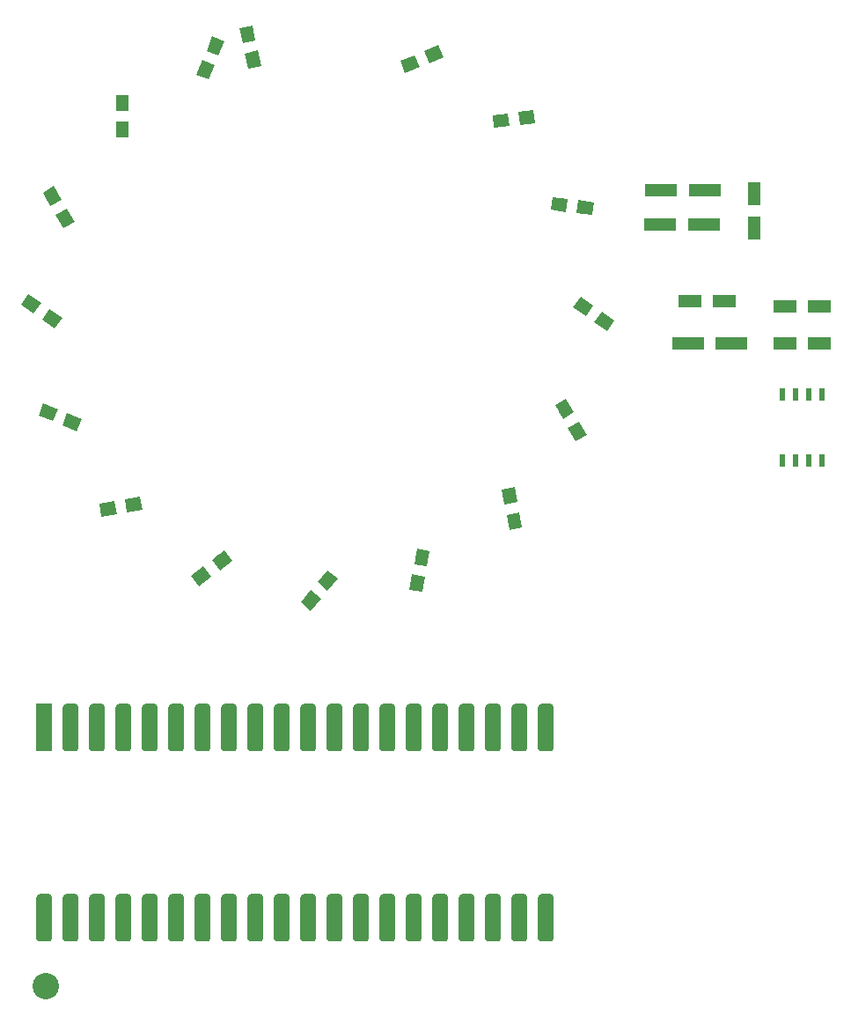
<source format=gbr>
G04 #@! TF.GenerationSoftware,KiCad,Pcbnew,(6.0.0-rc1-dev-890-g6c34fdefd)*
G04 #@! TF.CreationDate,2018-10-17T06:06:35-07:00*
G04 #@! TF.ProjectId,Stylish-Belt-Synth - Full,5374796C6973682D42656C742D53796E,rev?*
G04 #@! TF.SameCoordinates,Original*
G04 #@! TF.FileFunction,Paste,Bot*
G04 #@! TF.FilePolarity,Positive*
%FSLAX46Y46*%
G04 Gerber Fmt 4.6, Leading zero omitted, Abs format (unit mm)*
G04 Created by KiCad (PCBNEW (6.0.0-rc1-dev-890-g6c34fdefd)) date 10/17/2018 6:06:35 AM*
%MOMM*%
%LPD*%
G01*
G04 APERTURE LIST*
%ADD10R,2.286000X1.270000*%
%ADD11R,1.270000X2.286000*%
%ADD12C,1.250000*%
%ADD13C,0.100000*%
%ADD14R,1.250000X1.500000*%
%ADD15R,3.048000X1.270000*%
%ADD16C,2.540000*%
%ADD17C,1.524000*%
%ADD18R,1.524000X4.572000*%
%ADD19R,0.508000X1.143000*%
G04 APERTURE END LIST*
D10*
G04 #@! TO.C,CA4*
X187579000Y-84836000D03*
X184277000Y-84836000D03*
G04 #@! TD*
G04 #@! TO.C,CA1*
X193421000Y-88900000D03*
X196723000Y-88900000D03*
G04 #@! TD*
G04 #@! TO.C,CA2*
X193421000Y-85344000D03*
X196723000Y-85344000D03*
G04 #@! TD*
D11*
G04 #@! TO.C,C1*
X190500000Y-74549000D03*
X190500000Y-77851000D03*
G04 #@! TD*
D12*
G04 #@! TO.C,CL15*
X138654354Y-60313151D03*
D13*
G36*
X138944766Y-61245238D02*
X137789917Y-60766884D01*
X138363942Y-59381064D01*
X139518791Y-59859418D01*
X138944766Y-61245238D01*
X138944766Y-61245238D01*
G37*
D12*
X137697646Y-62622849D03*
D13*
G36*
X137988058Y-63554936D02*
X136833209Y-63076582D01*
X137407234Y-61690762D01*
X138562083Y-62169116D01*
X137988058Y-63554936D01*
X137988058Y-63554936D01*
G37*
G04 #@! TD*
D14*
G04 #@! TO.C,CL14*
X129667000Y-68306000D03*
X129667000Y-65806000D03*
G04 #@! TD*
D12*
G04 #@! TO.C,CL13*
X122946000Y-74736468D03*
D13*
G36*
X123862266Y-75073487D02*
X122779734Y-75698487D01*
X122029734Y-74399449D01*
X123112266Y-73774449D01*
X123862266Y-75073487D01*
X123862266Y-75073487D01*
G37*
D12*
X124196000Y-76901532D03*
D13*
G36*
X125112266Y-77238551D02*
X124029734Y-77863551D01*
X123279734Y-76564513D01*
X124362266Y-75939513D01*
X125112266Y-77238551D01*
X125112266Y-77238551D01*
G37*
G04 #@! TD*
D12*
G04 #@! TO.C,CL12*
X122943940Y-86568971D03*
D13*
G36*
X123916789Y-86487183D02*
X123199819Y-87511123D01*
X121971091Y-86650759D01*
X122688061Y-85626819D01*
X123916789Y-86487183D01*
X123916789Y-86487183D01*
G37*
D12*
X120896060Y-85135029D03*
D13*
G36*
X121868909Y-85053241D02*
X121151939Y-86077181D01*
X119923211Y-85216817D01*
X120640181Y-84192877D01*
X121868909Y-85053241D01*
X121868909Y-85053241D01*
G37*
G04 #@! TD*
D12*
G04 #@! TO.C,CL11*
X122543151Y-95533646D03*
D13*
G36*
X123475238Y-95243234D02*
X122996884Y-96398083D01*
X121611064Y-95824058D01*
X122089418Y-94669209D01*
X123475238Y-95243234D01*
X123475238Y-95243234D01*
G37*
D12*
X124852849Y-96490354D03*
D13*
G36*
X125784936Y-96199942D02*
X125306582Y-97354791D01*
X123920762Y-96780766D01*
X124399116Y-95625917D01*
X125784936Y-96199942D01*
X125784936Y-96199942D01*
G37*
G04 #@! TD*
D12*
G04 #@! TO.C,CL10*
X130771010Y-104402940D03*
D13*
G36*
X131401086Y-103657199D02*
X131618146Y-104888209D01*
X130140934Y-105148681D01*
X129923874Y-103917671D01*
X131401086Y-103657199D01*
X131401086Y-103657199D01*
G37*
D12*
X128308990Y-104837060D03*
D13*
G36*
X128939066Y-104091319D02*
X129156126Y-105322329D01*
X127678914Y-105582801D01*
X127461854Y-104351791D01*
X128939066Y-104091319D01*
X128939066Y-104091319D01*
G37*
G04 #@! TD*
D12*
G04 #@! TO.C,CL9*
X137308308Y-111300952D03*
D13*
G36*
X137522847Y-110348535D02*
X138283799Y-111340227D01*
X137093769Y-112253369D01*
X136332817Y-111261677D01*
X137522847Y-110348535D01*
X137522847Y-110348535D01*
G37*
D12*
X139291692Y-109779048D03*
D13*
G36*
X139506231Y-108826631D02*
X140267183Y-109818323D01*
X139077153Y-110731465D01*
X138316201Y-109739773D01*
X139506231Y-108826631D01*
X139506231Y-108826631D01*
G37*
G04 #@! TD*
D12*
G04 #@! TO.C,CL8*
X149443484Y-111722445D03*
D13*
G36*
X149446797Y-110746169D02*
X150404352Y-111549654D01*
X149440171Y-112698721D01*
X148482616Y-111895236D01*
X149446797Y-110746169D01*
X149446797Y-110746169D01*
G37*
D12*
X147836516Y-113637555D03*
D13*
G36*
X147839829Y-112661279D02*
X148797384Y-113464764D01*
X147833203Y-114613831D01*
X146875648Y-113810346D01*
X147839829Y-112661279D01*
X147839829Y-112661279D01*
G37*
G04 #@! TD*
D12*
G04 #@! TO.C,CL7*
X158507060Y-109508990D03*
D13*
G36*
X158021791Y-108661854D02*
X159252801Y-108878914D01*
X158992329Y-110356126D01*
X157761319Y-110139066D01*
X158021791Y-108661854D01*
X158021791Y-108661854D01*
G37*
D12*
X158072940Y-111971010D03*
D13*
G36*
X157587671Y-111123874D02*
X158818681Y-111340934D01*
X158558209Y-112818146D01*
X157327199Y-112601086D01*
X157587671Y-111123874D01*
X157587671Y-111123874D01*
G37*
G04 #@! TD*
D12*
G04 #@! TO.C,CL6*
X167397060Y-106021010D03*
D13*
G36*
X166651319Y-105390934D02*
X167882329Y-105173874D01*
X168142801Y-106651086D01*
X166911791Y-106868146D01*
X166651319Y-105390934D01*
X166651319Y-105390934D01*
G37*
D12*
X166962940Y-103558990D03*
D13*
G36*
X166217199Y-102928914D02*
X167448209Y-102711854D01*
X167708681Y-104189066D01*
X166477671Y-104406126D01*
X166217199Y-102928914D01*
X166217199Y-102928914D01*
G37*
G04 #@! TD*
D12*
G04 #@! TO.C,CL5*
X172235000Y-95207468D03*
D13*
G36*
X171318734Y-94870449D02*
X172401266Y-94245449D01*
X173151266Y-95544487D01*
X172068734Y-96169487D01*
X171318734Y-94870449D01*
X171318734Y-94870449D01*
G37*
D12*
X173485000Y-97372532D03*
D13*
G36*
X172568734Y-97035513D02*
X173651266Y-96410513D01*
X174401266Y-97709551D01*
X173318734Y-98334551D01*
X172568734Y-97035513D01*
X172568734Y-97035513D01*
G37*
G04 #@! TD*
D12*
G04 #@! TO.C,CL4*
X176083940Y-86786971D03*
D13*
G36*
X175111091Y-86868759D02*
X175828061Y-85844819D01*
X177056789Y-86705183D01*
X176339819Y-87729123D01*
X175111091Y-86868759D01*
X175111091Y-86868759D01*
G37*
D12*
X174036060Y-85353029D03*
D13*
G36*
X173063211Y-85434817D02*
X173780181Y-84410877D01*
X175008909Y-85271241D01*
X174291939Y-86295181D01*
X173063211Y-85434817D01*
X173063211Y-85434817D01*
G37*
G04 #@! TD*
D12*
G04 #@! TO.C,CL3*
X174210683Y-75862337D03*
D13*
G36*
X173390105Y-76391276D02*
X173542442Y-75150594D01*
X175031261Y-75333398D01*
X174878924Y-76574080D01*
X173390105Y-76391276D01*
X173390105Y-76391276D01*
G37*
D12*
X171729317Y-75557663D03*
D13*
G36*
X170908739Y-76086602D02*
X171061076Y-74845920D01*
X172549895Y-75028724D01*
X172397558Y-76269406D01*
X170908739Y-76086602D01*
X170908739Y-76086602D01*
G37*
G04 #@! TD*
D12*
G04 #@! TO.C,CL2*
X166119317Y-67502337D03*
D13*
G36*
X165451076Y-68214080D02*
X165298739Y-66973398D01*
X166787558Y-66790594D01*
X166939895Y-68031276D01*
X165451076Y-68214080D01*
X165451076Y-68214080D01*
G37*
D12*
X168600683Y-67197663D03*
D13*
G36*
X167932442Y-67909406D02*
X167780105Y-66668724D01*
X169268924Y-66485920D01*
X169421261Y-67726602D01*
X167932442Y-67909406D01*
X167932442Y-67909406D01*
G37*
G04 #@! TD*
D12*
G04 #@! TO.C,CL1*
X159674849Y-61111646D03*
D13*
G36*
X159221116Y-61976083D02*
X158742762Y-60821234D01*
X160128582Y-60247209D01*
X160606936Y-61402058D01*
X159221116Y-61976083D01*
X159221116Y-61976083D01*
G37*
D12*
X157365151Y-62068354D03*
D13*
G36*
X156911418Y-62932791D02*
X156433064Y-61777942D01*
X157818884Y-61203917D01*
X158297238Y-62358766D01*
X156911418Y-62932791D01*
X156911418Y-62932791D01*
G37*
G04 #@! TD*
D12*
G04 #@! TO.C,CL0*
X142273100Y-61622740D03*
D13*
G36*
X143045615Y-62219687D02*
X141825245Y-62490237D01*
X141500585Y-61025793D01*
X142720955Y-60755243D01*
X143045615Y-62219687D01*
X143045615Y-62219687D01*
G37*
D12*
X141732000Y-59182000D03*
D13*
G36*
X142504515Y-59778947D02*
X141284145Y-60049497D01*
X140959485Y-58585053D01*
X142179855Y-58314503D01*
X142504515Y-59778947D01*
X142504515Y-59778947D01*
G37*
G04 #@! TD*
D15*
G04 #@! TO.C,R2*
X185724800Y-74168000D03*
X181533800Y-74168000D03*
G04 #@! TD*
G04 #@! TO.C,R1*
X181432200Y-77470000D03*
X185623200Y-77470000D03*
G04 #@! TD*
G04 #@! TO.C,R3*
X184099200Y-88900000D03*
X188290200Y-88900000D03*
G04 #@! TD*
D16*
G04 #@! TO.C,J30*
X122301000Y-150749000D03*
G04 #@! TD*
D13*
G04 #@! TO.C,U1*
G36*
X122592345Y-141860835D02*
X122629329Y-141866321D01*
X122665598Y-141875406D01*
X122700802Y-141888002D01*
X122734602Y-141903988D01*
X122766672Y-141923210D01*
X122796704Y-141945483D01*
X122824408Y-141970592D01*
X122849517Y-141998296D01*
X122871790Y-142028328D01*
X122891012Y-142060398D01*
X122906998Y-142094198D01*
X122919594Y-142129402D01*
X122928679Y-142165671D01*
X122934165Y-142202655D01*
X122936000Y-142240000D01*
X122936000Y-146050000D01*
X122934165Y-146087345D01*
X122928679Y-146124329D01*
X122919594Y-146160598D01*
X122906998Y-146195802D01*
X122891012Y-146229602D01*
X122871790Y-146261672D01*
X122849517Y-146291704D01*
X122824408Y-146319408D01*
X122796704Y-146344517D01*
X122766672Y-146366790D01*
X122734602Y-146386012D01*
X122700802Y-146401998D01*
X122665598Y-146414594D01*
X122629329Y-146423679D01*
X122592345Y-146429165D01*
X122555000Y-146431000D01*
X121793000Y-146431000D01*
X121755655Y-146429165D01*
X121718671Y-146423679D01*
X121682402Y-146414594D01*
X121647198Y-146401998D01*
X121613398Y-146386012D01*
X121581328Y-146366790D01*
X121551296Y-146344517D01*
X121523592Y-146319408D01*
X121498483Y-146291704D01*
X121476210Y-146261672D01*
X121456988Y-146229602D01*
X121441002Y-146195802D01*
X121428406Y-146160598D01*
X121419321Y-146124329D01*
X121413835Y-146087345D01*
X121412000Y-146050000D01*
X121412000Y-142240000D01*
X121413835Y-142202655D01*
X121419321Y-142165671D01*
X121428406Y-142129402D01*
X121441002Y-142094198D01*
X121456988Y-142060398D01*
X121476210Y-142028328D01*
X121498483Y-141998296D01*
X121523592Y-141970592D01*
X121551296Y-141945483D01*
X121581328Y-141923210D01*
X121613398Y-141903988D01*
X121647198Y-141888002D01*
X121682402Y-141875406D01*
X121718671Y-141866321D01*
X121755655Y-141860835D01*
X121793000Y-141859000D01*
X122555000Y-141859000D01*
X122592345Y-141860835D01*
X122592345Y-141860835D01*
G37*
D17*
X122174000Y-144145000D03*
D13*
G36*
X125132345Y-141860835D02*
X125169329Y-141866321D01*
X125205598Y-141875406D01*
X125240802Y-141888002D01*
X125274602Y-141903988D01*
X125306672Y-141923210D01*
X125336704Y-141945483D01*
X125364408Y-141970592D01*
X125389517Y-141998296D01*
X125411790Y-142028328D01*
X125431012Y-142060398D01*
X125446998Y-142094198D01*
X125459594Y-142129402D01*
X125468679Y-142165671D01*
X125474165Y-142202655D01*
X125476000Y-142240000D01*
X125476000Y-146050000D01*
X125474165Y-146087345D01*
X125468679Y-146124329D01*
X125459594Y-146160598D01*
X125446998Y-146195802D01*
X125431012Y-146229602D01*
X125411790Y-146261672D01*
X125389517Y-146291704D01*
X125364408Y-146319408D01*
X125336704Y-146344517D01*
X125306672Y-146366790D01*
X125274602Y-146386012D01*
X125240802Y-146401998D01*
X125205598Y-146414594D01*
X125169329Y-146423679D01*
X125132345Y-146429165D01*
X125095000Y-146431000D01*
X124333000Y-146431000D01*
X124295655Y-146429165D01*
X124258671Y-146423679D01*
X124222402Y-146414594D01*
X124187198Y-146401998D01*
X124153398Y-146386012D01*
X124121328Y-146366790D01*
X124091296Y-146344517D01*
X124063592Y-146319408D01*
X124038483Y-146291704D01*
X124016210Y-146261672D01*
X123996988Y-146229602D01*
X123981002Y-146195802D01*
X123968406Y-146160598D01*
X123959321Y-146124329D01*
X123953835Y-146087345D01*
X123952000Y-146050000D01*
X123952000Y-142240000D01*
X123953835Y-142202655D01*
X123959321Y-142165671D01*
X123968406Y-142129402D01*
X123981002Y-142094198D01*
X123996988Y-142060398D01*
X124016210Y-142028328D01*
X124038483Y-141998296D01*
X124063592Y-141970592D01*
X124091296Y-141945483D01*
X124121328Y-141923210D01*
X124153398Y-141903988D01*
X124187198Y-141888002D01*
X124222402Y-141875406D01*
X124258671Y-141866321D01*
X124295655Y-141860835D01*
X124333000Y-141859000D01*
X125095000Y-141859000D01*
X125132345Y-141860835D01*
X125132345Y-141860835D01*
G37*
D17*
X124714000Y-144145000D03*
D13*
G36*
X127672345Y-141860835D02*
X127709329Y-141866321D01*
X127745598Y-141875406D01*
X127780802Y-141888002D01*
X127814602Y-141903988D01*
X127846672Y-141923210D01*
X127876704Y-141945483D01*
X127904408Y-141970592D01*
X127929517Y-141998296D01*
X127951790Y-142028328D01*
X127971012Y-142060398D01*
X127986998Y-142094198D01*
X127999594Y-142129402D01*
X128008679Y-142165671D01*
X128014165Y-142202655D01*
X128016000Y-142240000D01*
X128016000Y-146050000D01*
X128014165Y-146087345D01*
X128008679Y-146124329D01*
X127999594Y-146160598D01*
X127986998Y-146195802D01*
X127971012Y-146229602D01*
X127951790Y-146261672D01*
X127929517Y-146291704D01*
X127904408Y-146319408D01*
X127876704Y-146344517D01*
X127846672Y-146366790D01*
X127814602Y-146386012D01*
X127780802Y-146401998D01*
X127745598Y-146414594D01*
X127709329Y-146423679D01*
X127672345Y-146429165D01*
X127635000Y-146431000D01*
X126873000Y-146431000D01*
X126835655Y-146429165D01*
X126798671Y-146423679D01*
X126762402Y-146414594D01*
X126727198Y-146401998D01*
X126693398Y-146386012D01*
X126661328Y-146366790D01*
X126631296Y-146344517D01*
X126603592Y-146319408D01*
X126578483Y-146291704D01*
X126556210Y-146261672D01*
X126536988Y-146229602D01*
X126521002Y-146195802D01*
X126508406Y-146160598D01*
X126499321Y-146124329D01*
X126493835Y-146087345D01*
X126492000Y-146050000D01*
X126492000Y-142240000D01*
X126493835Y-142202655D01*
X126499321Y-142165671D01*
X126508406Y-142129402D01*
X126521002Y-142094198D01*
X126536988Y-142060398D01*
X126556210Y-142028328D01*
X126578483Y-141998296D01*
X126603592Y-141970592D01*
X126631296Y-141945483D01*
X126661328Y-141923210D01*
X126693398Y-141903988D01*
X126727198Y-141888002D01*
X126762402Y-141875406D01*
X126798671Y-141866321D01*
X126835655Y-141860835D01*
X126873000Y-141859000D01*
X127635000Y-141859000D01*
X127672345Y-141860835D01*
X127672345Y-141860835D01*
G37*
D17*
X127254000Y-144145000D03*
D13*
G36*
X130212345Y-141860835D02*
X130249329Y-141866321D01*
X130285598Y-141875406D01*
X130320802Y-141888002D01*
X130354602Y-141903988D01*
X130386672Y-141923210D01*
X130416704Y-141945483D01*
X130444408Y-141970592D01*
X130469517Y-141998296D01*
X130491790Y-142028328D01*
X130511012Y-142060398D01*
X130526998Y-142094198D01*
X130539594Y-142129402D01*
X130548679Y-142165671D01*
X130554165Y-142202655D01*
X130556000Y-142240000D01*
X130556000Y-146050000D01*
X130554165Y-146087345D01*
X130548679Y-146124329D01*
X130539594Y-146160598D01*
X130526998Y-146195802D01*
X130511012Y-146229602D01*
X130491790Y-146261672D01*
X130469517Y-146291704D01*
X130444408Y-146319408D01*
X130416704Y-146344517D01*
X130386672Y-146366790D01*
X130354602Y-146386012D01*
X130320802Y-146401998D01*
X130285598Y-146414594D01*
X130249329Y-146423679D01*
X130212345Y-146429165D01*
X130175000Y-146431000D01*
X129413000Y-146431000D01*
X129375655Y-146429165D01*
X129338671Y-146423679D01*
X129302402Y-146414594D01*
X129267198Y-146401998D01*
X129233398Y-146386012D01*
X129201328Y-146366790D01*
X129171296Y-146344517D01*
X129143592Y-146319408D01*
X129118483Y-146291704D01*
X129096210Y-146261672D01*
X129076988Y-146229602D01*
X129061002Y-146195802D01*
X129048406Y-146160598D01*
X129039321Y-146124329D01*
X129033835Y-146087345D01*
X129032000Y-146050000D01*
X129032000Y-142240000D01*
X129033835Y-142202655D01*
X129039321Y-142165671D01*
X129048406Y-142129402D01*
X129061002Y-142094198D01*
X129076988Y-142060398D01*
X129096210Y-142028328D01*
X129118483Y-141998296D01*
X129143592Y-141970592D01*
X129171296Y-141945483D01*
X129201328Y-141923210D01*
X129233398Y-141903988D01*
X129267198Y-141888002D01*
X129302402Y-141875406D01*
X129338671Y-141866321D01*
X129375655Y-141860835D01*
X129413000Y-141859000D01*
X130175000Y-141859000D01*
X130212345Y-141860835D01*
X130212345Y-141860835D01*
G37*
D17*
X129794000Y-144145000D03*
D13*
G36*
X132752345Y-141860835D02*
X132789329Y-141866321D01*
X132825598Y-141875406D01*
X132860802Y-141888002D01*
X132894602Y-141903988D01*
X132926672Y-141923210D01*
X132956704Y-141945483D01*
X132984408Y-141970592D01*
X133009517Y-141998296D01*
X133031790Y-142028328D01*
X133051012Y-142060398D01*
X133066998Y-142094198D01*
X133079594Y-142129402D01*
X133088679Y-142165671D01*
X133094165Y-142202655D01*
X133096000Y-142240000D01*
X133096000Y-146050000D01*
X133094165Y-146087345D01*
X133088679Y-146124329D01*
X133079594Y-146160598D01*
X133066998Y-146195802D01*
X133051012Y-146229602D01*
X133031790Y-146261672D01*
X133009517Y-146291704D01*
X132984408Y-146319408D01*
X132956704Y-146344517D01*
X132926672Y-146366790D01*
X132894602Y-146386012D01*
X132860802Y-146401998D01*
X132825598Y-146414594D01*
X132789329Y-146423679D01*
X132752345Y-146429165D01*
X132715000Y-146431000D01*
X131953000Y-146431000D01*
X131915655Y-146429165D01*
X131878671Y-146423679D01*
X131842402Y-146414594D01*
X131807198Y-146401998D01*
X131773398Y-146386012D01*
X131741328Y-146366790D01*
X131711296Y-146344517D01*
X131683592Y-146319408D01*
X131658483Y-146291704D01*
X131636210Y-146261672D01*
X131616988Y-146229602D01*
X131601002Y-146195802D01*
X131588406Y-146160598D01*
X131579321Y-146124329D01*
X131573835Y-146087345D01*
X131572000Y-146050000D01*
X131572000Y-142240000D01*
X131573835Y-142202655D01*
X131579321Y-142165671D01*
X131588406Y-142129402D01*
X131601002Y-142094198D01*
X131616988Y-142060398D01*
X131636210Y-142028328D01*
X131658483Y-141998296D01*
X131683592Y-141970592D01*
X131711296Y-141945483D01*
X131741328Y-141923210D01*
X131773398Y-141903988D01*
X131807198Y-141888002D01*
X131842402Y-141875406D01*
X131878671Y-141866321D01*
X131915655Y-141860835D01*
X131953000Y-141859000D01*
X132715000Y-141859000D01*
X132752345Y-141860835D01*
X132752345Y-141860835D01*
G37*
D17*
X132334000Y-144145000D03*
D13*
G36*
X135292345Y-141860835D02*
X135329329Y-141866321D01*
X135365598Y-141875406D01*
X135400802Y-141888002D01*
X135434602Y-141903988D01*
X135466672Y-141923210D01*
X135496704Y-141945483D01*
X135524408Y-141970592D01*
X135549517Y-141998296D01*
X135571790Y-142028328D01*
X135591012Y-142060398D01*
X135606998Y-142094198D01*
X135619594Y-142129402D01*
X135628679Y-142165671D01*
X135634165Y-142202655D01*
X135636000Y-142240000D01*
X135636000Y-146050000D01*
X135634165Y-146087345D01*
X135628679Y-146124329D01*
X135619594Y-146160598D01*
X135606998Y-146195802D01*
X135591012Y-146229602D01*
X135571790Y-146261672D01*
X135549517Y-146291704D01*
X135524408Y-146319408D01*
X135496704Y-146344517D01*
X135466672Y-146366790D01*
X135434602Y-146386012D01*
X135400802Y-146401998D01*
X135365598Y-146414594D01*
X135329329Y-146423679D01*
X135292345Y-146429165D01*
X135255000Y-146431000D01*
X134493000Y-146431000D01*
X134455655Y-146429165D01*
X134418671Y-146423679D01*
X134382402Y-146414594D01*
X134347198Y-146401998D01*
X134313398Y-146386012D01*
X134281328Y-146366790D01*
X134251296Y-146344517D01*
X134223592Y-146319408D01*
X134198483Y-146291704D01*
X134176210Y-146261672D01*
X134156988Y-146229602D01*
X134141002Y-146195802D01*
X134128406Y-146160598D01*
X134119321Y-146124329D01*
X134113835Y-146087345D01*
X134112000Y-146050000D01*
X134112000Y-142240000D01*
X134113835Y-142202655D01*
X134119321Y-142165671D01*
X134128406Y-142129402D01*
X134141002Y-142094198D01*
X134156988Y-142060398D01*
X134176210Y-142028328D01*
X134198483Y-141998296D01*
X134223592Y-141970592D01*
X134251296Y-141945483D01*
X134281328Y-141923210D01*
X134313398Y-141903988D01*
X134347198Y-141888002D01*
X134382402Y-141875406D01*
X134418671Y-141866321D01*
X134455655Y-141860835D01*
X134493000Y-141859000D01*
X135255000Y-141859000D01*
X135292345Y-141860835D01*
X135292345Y-141860835D01*
G37*
D17*
X134874000Y-144145000D03*
D13*
G36*
X137832345Y-141860835D02*
X137869329Y-141866321D01*
X137905598Y-141875406D01*
X137940802Y-141888002D01*
X137974602Y-141903988D01*
X138006672Y-141923210D01*
X138036704Y-141945483D01*
X138064408Y-141970592D01*
X138089517Y-141998296D01*
X138111790Y-142028328D01*
X138131012Y-142060398D01*
X138146998Y-142094198D01*
X138159594Y-142129402D01*
X138168679Y-142165671D01*
X138174165Y-142202655D01*
X138176000Y-142240000D01*
X138176000Y-146050000D01*
X138174165Y-146087345D01*
X138168679Y-146124329D01*
X138159594Y-146160598D01*
X138146998Y-146195802D01*
X138131012Y-146229602D01*
X138111790Y-146261672D01*
X138089517Y-146291704D01*
X138064408Y-146319408D01*
X138036704Y-146344517D01*
X138006672Y-146366790D01*
X137974602Y-146386012D01*
X137940802Y-146401998D01*
X137905598Y-146414594D01*
X137869329Y-146423679D01*
X137832345Y-146429165D01*
X137795000Y-146431000D01*
X137033000Y-146431000D01*
X136995655Y-146429165D01*
X136958671Y-146423679D01*
X136922402Y-146414594D01*
X136887198Y-146401998D01*
X136853398Y-146386012D01*
X136821328Y-146366790D01*
X136791296Y-146344517D01*
X136763592Y-146319408D01*
X136738483Y-146291704D01*
X136716210Y-146261672D01*
X136696988Y-146229602D01*
X136681002Y-146195802D01*
X136668406Y-146160598D01*
X136659321Y-146124329D01*
X136653835Y-146087345D01*
X136652000Y-146050000D01*
X136652000Y-142240000D01*
X136653835Y-142202655D01*
X136659321Y-142165671D01*
X136668406Y-142129402D01*
X136681002Y-142094198D01*
X136696988Y-142060398D01*
X136716210Y-142028328D01*
X136738483Y-141998296D01*
X136763592Y-141970592D01*
X136791296Y-141945483D01*
X136821328Y-141923210D01*
X136853398Y-141903988D01*
X136887198Y-141888002D01*
X136922402Y-141875406D01*
X136958671Y-141866321D01*
X136995655Y-141860835D01*
X137033000Y-141859000D01*
X137795000Y-141859000D01*
X137832345Y-141860835D01*
X137832345Y-141860835D01*
G37*
D17*
X137414000Y-144145000D03*
D13*
G36*
X140372345Y-141860835D02*
X140409329Y-141866321D01*
X140445598Y-141875406D01*
X140480802Y-141888002D01*
X140514602Y-141903988D01*
X140546672Y-141923210D01*
X140576704Y-141945483D01*
X140604408Y-141970592D01*
X140629517Y-141998296D01*
X140651790Y-142028328D01*
X140671012Y-142060398D01*
X140686998Y-142094198D01*
X140699594Y-142129402D01*
X140708679Y-142165671D01*
X140714165Y-142202655D01*
X140716000Y-142240000D01*
X140716000Y-146050000D01*
X140714165Y-146087345D01*
X140708679Y-146124329D01*
X140699594Y-146160598D01*
X140686998Y-146195802D01*
X140671012Y-146229602D01*
X140651790Y-146261672D01*
X140629517Y-146291704D01*
X140604408Y-146319408D01*
X140576704Y-146344517D01*
X140546672Y-146366790D01*
X140514602Y-146386012D01*
X140480802Y-146401998D01*
X140445598Y-146414594D01*
X140409329Y-146423679D01*
X140372345Y-146429165D01*
X140335000Y-146431000D01*
X139573000Y-146431000D01*
X139535655Y-146429165D01*
X139498671Y-146423679D01*
X139462402Y-146414594D01*
X139427198Y-146401998D01*
X139393398Y-146386012D01*
X139361328Y-146366790D01*
X139331296Y-146344517D01*
X139303592Y-146319408D01*
X139278483Y-146291704D01*
X139256210Y-146261672D01*
X139236988Y-146229602D01*
X139221002Y-146195802D01*
X139208406Y-146160598D01*
X139199321Y-146124329D01*
X139193835Y-146087345D01*
X139192000Y-146050000D01*
X139192000Y-142240000D01*
X139193835Y-142202655D01*
X139199321Y-142165671D01*
X139208406Y-142129402D01*
X139221002Y-142094198D01*
X139236988Y-142060398D01*
X139256210Y-142028328D01*
X139278483Y-141998296D01*
X139303592Y-141970592D01*
X139331296Y-141945483D01*
X139361328Y-141923210D01*
X139393398Y-141903988D01*
X139427198Y-141888002D01*
X139462402Y-141875406D01*
X139498671Y-141866321D01*
X139535655Y-141860835D01*
X139573000Y-141859000D01*
X140335000Y-141859000D01*
X140372345Y-141860835D01*
X140372345Y-141860835D01*
G37*
D17*
X139954000Y-144145000D03*
D13*
G36*
X142912345Y-141860835D02*
X142949329Y-141866321D01*
X142985598Y-141875406D01*
X143020802Y-141888002D01*
X143054602Y-141903988D01*
X143086672Y-141923210D01*
X143116704Y-141945483D01*
X143144408Y-141970592D01*
X143169517Y-141998296D01*
X143191790Y-142028328D01*
X143211012Y-142060398D01*
X143226998Y-142094198D01*
X143239594Y-142129402D01*
X143248679Y-142165671D01*
X143254165Y-142202655D01*
X143256000Y-142240000D01*
X143256000Y-146050000D01*
X143254165Y-146087345D01*
X143248679Y-146124329D01*
X143239594Y-146160598D01*
X143226998Y-146195802D01*
X143211012Y-146229602D01*
X143191790Y-146261672D01*
X143169517Y-146291704D01*
X143144408Y-146319408D01*
X143116704Y-146344517D01*
X143086672Y-146366790D01*
X143054602Y-146386012D01*
X143020802Y-146401998D01*
X142985598Y-146414594D01*
X142949329Y-146423679D01*
X142912345Y-146429165D01*
X142875000Y-146431000D01*
X142113000Y-146431000D01*
X142075655Y-146429165D01*
X142038671Y-146423679D01*
X142002402Y-146414594D01*
X141967198Y-146401998D01*
X141933398Y-146386012D01*
X141901328Y-146366790D01*
X141871296Y-146344517D01*
X141843592Y-146319408D01*
X141818483Y-146291704D01*
X141796210Y-146261672D01*
X141776988Y-146229602D01*
X141761002Y-146195802D01*
X141748406Y-146160598D01*
X141739321Y-146124329D01*
X141733835Y-146087345D01*
X141732000Y-146050000D01*
X141732000Y-142240000D01*
X141733835Y-142202655D01*
X141739321Y-142165671D01*
X141748406Y-142129402D01*
X141761002Y-142094198D01*
X141776988Y-142060398D01*
X141796210Y-142028328D01*
X141818483Y-141998296D01*
X141843592Y-141970592D01*
X141871296Y-141945483D01*
X141901328Y-141923210D01*
X141933398Y-141903988D01*
X141967198Y-141888002D01*
X142002402Y-141875406D01*
X142038671Y-141866321D01*
X142075655Y-141860835D01*
X142113000Y-141859000D01*
X142875000Y-141859000D01*
X142912345Y-141860835D01*
X142912345Y-141860835D01*
G37*
D17*
X142494000Y-144145000D03*
D13*
G36*
X145452345Y-141860835D02*
X145489329Y-141866321D01*
X145525598Y-141875406D01*
X145560802Y-141888002D01*
X145594602Y-141903988D01*
X145626672Y-141923210D01*
X145656704Y-141945483D01*
X145684408Y-141970592D01*
X145709517Y-141998296D01*
X145731790Y-142028328D01*
X145751012Y-142060398D01*
X145766998Y-142094198D01*
X145779594Y-142129402D01*
X145788679Y-142165671D01*
X145794165Y-142202655D01*
X145796000Y-142240000D01*
X145796000Y-146050000D01*
X145794165Y-146087345D01*
X145788679Y-146124329D01*
X145779594Y-146160598D01*
X145766998Y-146195802D01*
X145751012Y-146229602D01*
X145731790Y-146261672D01*
X145709517Y-146291704D01*
X145684408Y-146319408D01*
X145656704Y-146344517D01*
X145626672Y-146366790D01*
X145594602Y-146386012D01*
X145560802Y-146401998D01*
X145525598Y-146414594D01*
X145489329Y-146423679D01*
X145452345Y-146429165D01*
X145415000Y-146431000D01*
X144653000Y-146431000D01*
X144615655Y-146429165D01*
X144578671Y-146423679D01*
X144542402Y-146414594D01*
X144507198Y-146401998D01*
X144473398Y-146386012D01*
X144441328Y-146366790D01*
X144411296Y-146344517D01*
X144383592Y-146319408D01*
X144358483Y-146291704D01*
X144336210Y-146261672D01*
X144316988Y-146229602D01*
X144301002Y-146195802D01*
X144288406Y-146160598D01*
X144279321Y-146124329D01*
X144273835Y-146087345D01*
X144272000Y-146050000D01*
X144272000Y-142240000D01*
X144273835Y-142202655D01*
X144279321Y-142165671D01*
X144288406Y-142129402D01*
X144301002Y-142094198D01*
X144316988Y-142060398D01*
X144336210Y-142028328D01*
X144358483Y-141998296D01*
X144383592Y-141970592D01*
X144411296Y-141945483D01*
X144441328Y-141923210D01*
X144473398Y-141903988D01*
X144507198Y-141888002D01*
X144542402Y-141875406D01*
X144578671Y-141866321D01*
X144615655Y-141860835D01*
X144653000Y-141859000D01*
X145415000Y-141859000D01*
X145452345Y-141860835D01*
X145452345Y-141860835D01*
G37*
D17*
X145034000Y-144145000D03*
D13*
G36*
X147992345Y-141860835D02*
X148029329Y-141866321D01*
X148065598Y-141875406D01*
X148100802Y-141888002D01*
X148134602Y-141903988D01*
X148166672Y-141923210D01*
X148196704Y-141945483D01*
X148224408Y-141970592D01*
X148249517Y-141998296D01*
X148271790Y-142028328D01*
X148291012Y-142060398D01*
X148306998Y-142094198D01*
X148319594Y-142129402D01*
X148328679Y-142165671D01*
X148334165Y-142202655D01*
X148336000Y-142240000D01*
X148336000Y-146050000D01*
X148334165Y-146087345D01*
X148328679Y-146124329D01*
X148319594Y-146160598D01*
X148306998Y-146195802D01*
X148291012Y-146229602D01*
X148271790Y-146261672D01*
X148249517Y-146291704D01*
X148224408Y-146319408D01*
X148196704Y-146344517D01*
X148166672Y-146366790D01*
X148134602Y-146386012D01*
X148100802Y-146401998D01*
X148065598Y-146414594D01*
X148029329Y-146423679D01*
X147992345Y-146429165D01*
X147955000Y-146431000D01*
X147193000Y-146431000D01*
X147155655Y-146429165D01*
X147118671Y-146423679D01*
X147082402Y-146414594D01*
X147047198Y-146401998D01*
X147013398Y-146386012D01*
X146981328Y-146366790D01*
X146951296Y-146344517D01*
X146923592Y-146319408D01*
X146898483Y-146291704D01*
X146876210Y-146261672D01*
X146856988Y-146229602D01*
X146841002Y-146195802D01*
X146828406Y-146160598D01*
X146819321Y-146124329D01*
X146813835Y-146087345D01*
X146812000Y-146050000D01*
X146812000Y-142240000D01*
X146813835Y-142202655D01*
X146819321Y-142165671D01*
X146828406Y-142129402D01*
X146841002Y-142094198D01*
X146856988Y-142060398D01*
X146876210Y-142028328D01*
X146898483Y-141998296D01*
X146923592Y-141970592D01*
X146951296Y-141945483D01*
X146981328Y-141923210D01*
X147013398Y-141903988D01*
X147047198Y-141888002D01*
X147082402Y-141875406D01*
X147118671Y-141866321D01*
X147155655Y-141860835D01*
X147193000Y-141859000D01*
X147955000Y-141859000D01*
X147992345Y-141860835D01*
X147992345Y-141860835D01*
G37*
D17*
X147574000Y-144145000D03*
D13*
G36*
X150532345Y-141860835D02*
X150569329Y-141866321D01*
X150605598Y-141875406D01*
X150640802Y-141888002D01*
X150674602Y-141903988D01*
X150706672Y-141923210D01*
X150736704Y-141945483D01*
X150764408Y-141970592D01*
X150789517Y-141998296D01*
X150811790Y-142028328D01*
X150831012Y-142060398D01*
X150846998Y-142094198D01*
X150859594Y-142129402D01*
X150868679Y-142165671D01*
X150874165Y-142202655D01*
X150876000Y-142240000D01*
X150876000Y-146050000D01*
X150874165Y-146087345D01*
X150868679Y-146124329D01*
X150859594Y-146160598D01*
X150846998Y-146195802D01*
X150831012Y-146229602D01*
X150811790Y-146261672D01*
X150789517Y-146291704D01*
X150764408Y-146319408D01*
X150736704Y-146344517D01*
X150706672Y-146366790D01*
X150674602Y-146386012D01*
X150640802Y-146401998D01*
X150605598Y-146414594D01*
X150569329Y-146423679D01*
X150532345Y-146429165D01*
X150495000Y-146431000D01*
X149733000Y-146431000D01*
X149695655Y-146429165D01*
X149658671Y-146423679D01*
X149622402Y-146414594D01*
X149587198Y-146401998D01*
X149553398Y-146386012D01*
X149521328Y-146366790D01*
X149491296Y-146344517D01*
X149463592Y-146319408D01*
X149438483Y-146291704D01*
X149416210Y-146261672D01*
X149396988Y-146229602D01*
X149381002Y-146195802D01*
X149368406Y-146160598D01*
X149359321Y-146124329D01*
X149353835Y-146087345D01*
X149352000Y-146050000D01*
X149352000Y-142240000D01*
X149353835Y-142202655D01*
X149359321Y-142165671D01*
X149368406Y-142129402D01*
X149381002Y-142094198D01*
X149396988Y-142060398D01*
X149416210Y-142028328D01*
X149438483Y-141998296D01*
X149463592Y-141970592D01*
X149491296Y-141945483D01*
X149521328Y-141923210D01*
X149553398Y-141903988D01*
X149587198Y-141888002D01*
X149622402Y-141875406D01*
X149658671Y-141866321D01*
X149695655Y-141860835D01*
X149733000Y-141859000D01*
X150495000Y-141859000D01*
X150532345Y-141860835D01*
X150532345Y-141860835D01*
G37*
D17*
X150114000Y-144145000D03*
D13*
G36*
X153072345Y-141860835D02*
X153109329Y-141866321D01*
X153145598Y-141875406D01*
X153180802Y-141888002D01*
X153214602Y-141903988D01*
X153246672Y-141923210D01*
X153276704Y-141945483D01*
X153304408Y-141970592D01*
X153329517Y-141998296D01*
X153351790Y-142028328D01*
X153371012Y-142060398D01*
X153386998Y-142094198D01*
X153399594Y-142129402D01*
X153408679Y-142165671D01*
X153414165Y-142202655D01*
X153416000Y-142240000D01*
X153416000Y-146050000D01*
X153414165Y-146087345D01*
X153408679Y-146124329D01*
X153399594Y-146160598D01*
X153386998Y-146195802D01*
X153371012Y-146229602D01*
X153351790Y-146261672D01*
X153329517Y-146291704D01*
X153304408Y-146319408D01*
X153276704Y-146344517D01*
X153246672Y-146366790D01*
X153214602Y-146386012D01*
X153180802Y-146401998D01*
X153145598Y-146414594D01*
X153109329Y-146423679D01*
X153072345Y-146429165D01*
X153035000Y-146431000D01*
X152273000Y-146431000D01*
X152235655Y-146429165D01*
X152198671Y-146423679D01*
X152162402Y-146414594D01*
X152127198Y-146401998D01*
X152093398Y-146386012D01*
X152061328Y-146366790D01*
X152031296Y-146344517D01*
X152003592Y-146319408D01*
X151978483Y-146291704D01*
X151956210Y-146261672D01*
X151936988Y-146229602D01*
X151921002Y-146195802D01*
X151908406Y-146160598D01*
X151899321Y-146124329D01*
X151893835Y-146087345D01*
X151892000Y-146050000D01*
X151892000Y-142240000D01*
X151893835Y-142202655D01*
X151899321Y-142165671D01*
X151908406Y-142129402D01*
X151921002Y-142094198D01*
X151936988Y-142060398D01*
X151956210Y-142028328D01*
X151978483Y-141998296D01*
X152003592Y-141970592D01*
X152031296Y-141945483D01*
X152061328Y-141923210D01*
X152093398Y-141903988D01*
X152127198Y-141888002D01*
X152162402Y-141875406D01*
X152198671Y-141866321D01*
X152235655Y-141860835D01*
X152273000Y-141859000D01*
X153035000Y-141859000D01*
X153072345Y-141860835D01*
X153072345Y-141860835D01*
G37*
D17*
X152654000Y-144145000D03*
D13*
G36*
X155612345Y-141860835D02*
X155649329Y-141866321D01*
X155685598Y-141875406D01*
X155720802Y-141888002D01*
X155754602Y-141903988D01*
X155786672Y-141923210D01*
X155816704Y-141945483D01*
X155844408Y-141970592D01*
X155869517Y-141998296D01*
X155891790Y-142028328D01*
X155911012Y-142060398D01*
X155926998Y-142094198D01*
X155939594Y-142129402D01*
X155948679Y-142165671D01*
X155954165Y-142202655D01*
X155956000Y-142240000D01*
X155956000Y-146050000D01*
X155954165Y-146087345D01*
X155948679Y-146124329D01*
X155939594Y-146160598D01*
X155926998Y-146195802D01*
X155911012Y-146229602D01*
X155891790Y-146261672D01*
X155869517Y-146291704D01*
X155844408Y-146319408D01*
X155816704Y-146344517D01*
X155786672Y-146366790D01*
X155754602Y-146386012D01*
X155720802Y-146401998D01*
X155685598Y-146414594D01*
X155649329Y-146423679D01*
X155612345Y-146429165D01*
X155575000Y-146431000D01*
X154813000Y-146431000D01*
X154775655Y-146429165D01*
X154738671Y-146423679D01*
X154702402Y-146414594D01*
X154667198Y-146401998D01*
X154633398Y-146386012D01*
X154601328Y-146366790D01*
X154571296Y-146344517D01*
X154543592Y-146319408D01*
X154518483Y-146291704D01*
X154496210Y-146261672D01*
X154476988Y-146229602D01*
X154461002Y-146195802D01*
X154448406Y-146160598D01*
X154439321Y-146124329D01*
X154433835Y-146087345D01*
X154432000Y-146050000D01*
X154432000Y-142240000D01*
X154433835Y-142202655D01*
X154439321Y-142165671D01*
X154448406Y-142129402D01*
X154461002Y-142094198D01*
X154476988Y-142060398D01*
X154496210Y-142028328D01*
X154518483Y-141998296D01*
X154543592Y-141970592D01*
X154571296Y-141945483D01*
X154601328Y-141923210D01*
X154633398Y-141903988D01*
X154667198Y-141888002D01*
X154702402Y-141875406D01*
X154738671Y-141866321D01*
X154775655Y-141860835D01*
X154813000Y-141859000D01*
X155575000Y-141859000D01*
X155612345Y-141860835D01*
X155612345Y-141860835D01*
G37*
D17*
X155194000Y-144145000D03*
D13*
G36*
X158152345Y-141860835D02*
X158189329Y-141866321D01*
X158225598Y-141875406D01*
X158260802Y-141888002D01*
X158294602Y-141903988D01*
X158326672Y-141923210D01*
X158356704Y-141945483D01*
X158384408Y-141970592D01*
X158409517Y-141998296D01*
X158431790Y-142028328D01*
X158451012Y-142060398D01*
X158466998Y-142094198D01*
X158479594Y-142129402D01*
X158488679Y-142165671D01*
X158494165Y-142202655D01*
X158496000Y-142240000D01*
X158496000Y-146050000D01*
X158494165Y-146087345D01*
X158488679Y-146124329D01*
X158479594Y-146160598D01*
X158466998Y-146195802D01*
X158451012Y-146229602D01*
X158431790Y-146261672D01*
X158409517Y-146291704D01*
X158384408Y-146319408D01*
X158356704Y-146344517D01*
X158326672Y-146366790D01*
X158294602Y-146386012D01*
X158260802Y-146401998D01*
X158225598Y-146414594D01*
X158189329Y-146423679D01*
X158152345Y-146429165D01*
X158115000Y-146431000D01*
X157353000Y-146431000D01*
X157315655Y-146429165D01*
X157278671Y-146423679D01*
X157242402Y-146414594D01*
X157207198Y-146401998D01*
X157173398Y-146386012D01*
X157141328Y-146366790D01*
X157111296Y-146344517D01*
X157083592Y-146319408D01*
X157058483Y-146291704D01*
X157036210Y-146261672D01*
X157016988Y-146229602D01*
X157001002Y-146195802D01*
X156988406Y-146160598D01*
X156979321Y-146124329D01*
X156973835Y-146087345D01*
X156972000Y-146050000D01*
X156972000Y-142240000D01*
X156973835Y-142202655D01*
X156979321Y-142165671D01*
X156988406Y-142129402D01*
X157001002Y-142094198D01*
X157016988Y-142060398D01*
X157036210Y-142028328D01*
X157058483Y-141998296D01*
X157083592Y-141970592D01*
X157111296Y-141945483D01*
X157141328Y-141923210D01*
X157173398Y-141903988D01*
X157207198Y-141888002D01*
X157242402Y-141875406D01*
X157278671Y-141866321D01*
X157315655Y-141860835D01*
X157353000Y-141859000D01*
X158115000Y-141859000D01*
X158152345Y-141860835D01*
X158152345Y-141860835D01*
G37*
D17*
X157734000Y-144145000D03*
D13*
G36*
X160692345Y-141860835D02*
X160729329Y-141866321D01*
X160765598Y-141875406D01*
X160800802Y-141888002D01*
X160834602Y-141903988D01*
X160866672Y-141923210D01*
X160896704Y-141945483D01*
X160924408Y-141970592D01*
X160949517Y-141998296D01*
X160971790Y-142028328D01*
X160991012Y-142060398D01*
X161006998Y-142094198D01*
X161019594Y-142129402D01*
X161028679Y-142165671D01*
X161034165Y-142202655D01*
X161036000Y-142240000D01*
X161036000Y-146050000D01*
X161034165Y-146087345D01*
X161028679Y-146124329D01*
X161019594Y-146160598D01*
X161006998Y-146195802D01*
X160991012Y-146229602D01*
X160971790Y-146261672D01*
X160949517Y-146291704D01*
X160924408Y-146319408D01*
X160896704Y-146344517D01*
X160866672Y-146366790D01*
X160834602Y-146386012D01*
X160800802Y-146401998D01*
X160765598Y-146414594D01*
X160729329Y-146423679D01*
X160692345Y-146429165D01*
X160655000Y-146431000D01*
X159893000Y-146431000D01*
X159855655Y-146429165D01*
X159818671Y-146423679D01*
X159782402Y-146414594D01*
X159747198Y-146401998D01*
X159713398Y-146386012D01*
X159681328Y-146366790D01*
X159651296Y-146344517D01*
X159623592Y-146319408D01*
X159598483Y-146291704D01*
X159576210Y-146261672D01*
X159556988Y-146229602D01*
X159541002Y-146195802D01*
X159528406Y-146160598D01*
X159519321Y-146124329D01*
X159513835Y-146087345D01*
X159512000Y-146050000D01*
X159512000Y-142240000D01*
X159513835Y-142202655D01*
X159519321Y-142165671D01*
X159528406Y-142129402D01*
X159541002Y-142094198D01*
X159556988Y-142060398D01*
X159576210Y-142028328D01*
X159598483Y-141998296D01*
X159623592Y-141970592D01*
X159651296Y-141945483D01*
X159681328Y-141923210D01*
X159713398Y-141903988D01*
X159747198Y-141888002D01*
X159782402Y-141875406D01*
X159818671Y-141866321D01*
X159855655Y-141860835D01*
X159893000Y-141859000D01*
X160655000Y-141859000D01*
X160692345Y-141860835D01*
X160692345Y-141860835D01*
G37*
D17*
X160274000Y-144145000D03*
D13*
G36*
X163232345Y-141860835D02*
X163269329Y-141866321D01*
X163305598Y-141875406D01*
X163340802Y-141888002D01*
X163374602Y-141903988D01*
X163406672Y-141923210D01*
X163436704Y-141945483D01*
X163464408Y-141970592D01*
X163489517Y-141998296D01*
X163511790Y-142028328D01*
X163531012Y-142060398D01*
X163546998Y-142094198D01*
X163559594Y-142129402D01*
X163568679Y-142165671D01*
X163574165Y-142202655D01*
X163576000Y-142240000D01*
X163576000Y-146050000D01*
X163574165Y-146087345D01*
X163568679Y-146124329D01*
X163559594Y-146160598D01*
X163546998Y-146195802D01*
X163531012Y-146229602D01*
X163511790Y-146261672D01*
X163489517Y-146291704D01*
X163464408Y-146319408D01*
X163436704Y-146344517D01*
X163406672Y-146366790D01*
X163374602Y-146386012D01*
X163340802Y-146401998D01*
X163305598Y-146414594D01*
X163269329Y-146423679D01*
X163232345Y-146429165D01*
X163195000Y-146431000D01*
X162433000Y-146431000D01*
X162395655Y-146429165D01*
X162358671Y-146423679D01*
X162322402Y-146414594D01*
X162287198Y-146401998D01*
X162253398Y-146386012D01*
X162221328Y-146366790D01*
X162191296Y-146344517D01*
X162163592Y-146319408D01*
X162138483Y-146291704D01*
X162116210Y-146261672D01*
X162096988Y-146229602D01*
X162081002Y-146195802D01*
X162068406Y-146160598D01*
X162059321Y-146124329D01*
X162053835Y-146087345D01*
X162052000Y-146050000D01*
X162052000Y-142240000D01*
X162053835Y-142202655D01*
X162059321Y-142165671D01*
X162068406Y-142129402D01*
X162081002Y-142094198D01*
X162096988Y-142060398D01*
X162116210Y-142028328D01*
X162138483Y-141998296D01*
X162163592Y-141970592D01*
X162191296Y-141945483D01*
X162221328Y-141923210D01*
X162253398Y-141903988D01*
X162287198Y-141888002D01*
X162322402Y-141875406D01*
X162358671Y-141866321D01*
X162395655Y-141860835D01*
X162433000Y-141859000D01*
X163195000Y-141859000D01*
X163232345Y-141860835D01*
X163232345Y-141860835D01*
G37*
D17*
X162814000Y-144145000D03*
D13*
G36*
X165772345Y-141860835D02*
X165809329Y-141866321D01*
X165845598Y-141875406D01*
X165880802Y-141888002D01*
X165914602Y-141903988D01*
X165946672Y-141923210D01*
X165976704Y-141945483D01*
X166004408Y-141970592D01*
X166029517Y-141998296D01*
X166051790Y-142028328D01*
X166071012Y-142060398D01*
X166086998Y-142094198D01*
X166099594Y-142129402D01*
X166108679Y-142165671D01*
X166114165Y-142202655D01*
X166116000Y-142240000D01*
X166116000Y-146050000D01*
X166114165Y-146087345D01*
X166108679Y-146124329D01*
X166099594Y-146160598D01*
X166086998Y-146195802D01*
X166071012Y-146229602D01*
X166051790Y-146261672D01*
X166029517Y-146291704D01*
X166004408Y-146319408D01*
X165976704Y-146344517D01*
X165946672Y-146366790D01*
X165914602Y-146386012D01*
X165880802Y-146401998D01*
X165845598Y-146414594D01*
X165809329Y-146423679D01*
X165772345Y-146429165D01*
X165735000Y-146431000D01*
X164973000Y-146431000D01*
X164935655Y-146429165D01*
X164898671Y-146423679D01*
X164862402Y-146414594D01*
X164827198Y-146401998D01*
X164793398Y-146386012D01*
X164761328Y-146366790D01*
X164731296Y-146344517D01*
X164703592Y-146319408D01*
X164678483Y-146291704D01*
X164656210Y-146261672D01*
X164636988Y-146229602D01*
X164621002Y-146195802D01*
X164608406Y-146160598D01*
X164599321Y-146124329D01*
X164593835Y-146087345D01*
X164592000Y-146050000D01*
X164592000Y-142240000D01*
X164593835Y-142202655D01*
X164599321Y-142165671D01*
X164608406Y-142129402D01*
X164621002Y-142094198D01*
X164636988Y-142060398D01*
X164656210Y-142028328D01*
X164678483Y-141998296D01*
X164703592Y-141970592D01*
X164731296Y-141945483D01*
X164761328Y-141923210D01*
X164793398Y-141903988D01*
X164827198Y-141888002D01*
X164862402Y-141875406D01*
X164898671Y-141866321D01*
X164935655Y-141860835D01*
X164973000Y-141859000D01*
X165735000Y-141859000D01*
X165772345Y-141860835D01*
X165772345Y-141860835D01*
G37*
D17*
X165354000Y-144145000D03*
D13*
G36*
X168312345Y-141860835D02*
X168349329Y-141866321D01*
X168385598Y-141875406D01*
X168420802Y-141888002D01*
X168454602Y-141903988D01*
X168486672Y-141923210D01*
X168516704Y-141945483D01*
X168544408Y-141970592D01*
X168569517Y-141998296D01*
X168591790Y-142028328D01*
X168611012Y-142060398D01*
X168626998Y-142094198D01*
X168639594Y-142129402D01*
X168648679Y-142165671D01*
X168654165Y-142202655D01*
X168656000Y-142240000D01*
X168656000Y-146050000D01*
X168654165Y-146087345D01*
X168648679Y-146124329D01*
X168639594Y-146160598D01*
X168626998Y-146195802D01*
X168611012Y-146229602D01*
X168591790Y-146261672D01*
X168569517Y-146291704D01*
X168544408Y-146319408D01*
X168516704Y-146344517D01*
X168486672Y-146366790D01*
X168454602Y-146386012D01*
X168420802Y-146401998D01*
X168385598Y-146414594D01*
X168349329Y-146423679D01*
X168312345Y-146429165D01*
X168275000Y-146431000D01*
X167513000Y-146431000D01*
X167475655Y-146429165D01*
X167438671Y-146423679D01*
X167402402Y-146414594D01*
X167367198Y-146401998D01*
X167333398Y-146386012D01*
X167301328Y-146366790D01*
X167271296Y-146344517D01*
X167243592Y-146319408D01*
X167218483Y-146291704D01*
X167196210Y-146261672D01*
X167176988Y-146229602D01*
X167161002Y-146195802D01*
X167148406Y-146160598D01*
X167139321Y-146124329D01*
X167133835Y-146087345D01*
X167132000Y-146050000D01*
X167132000Y-142240000D01*
X167133835Y-142202655D01*
X167139321Y-142165671D01*
X167148406Y-142129402D01*
X167161002Y-142094198D01*
X167176988Y-142060398D01*
X167196210Y-142028328D01*
X167218483Y-141998296D01*
X167243592Y-141970592D01*
X167271296Y-141945483D01*
X167301328Y-141923210D01*
X167333398Y-141903988D01*
X167367198Y-141888002D01*
X167402402Y-141875406D01*
X167438671Y-141866321D01*
X167475655Y-141860835D01*
X167513000Y-141859000D01*
X168275000Y-141859000D01*
X168312345Y-141860835D01*
X168312345Y-141860835D01*
G37*
D17*
X167894000Y-144145000D03*
D13*
G36*
X170852345Y-141860835D02*
X170889329Y-141866321D01*
X170925598Y-141875406D01*
X170960802Y-141888002D01*
X170994602Y-141903988D01*
X171026672Y-141923210D01*
X171056704Y-141945483D01*
X171084408Y-141970592D01*
X171109517Y-141998296D01*
X171131790Y-142028328D01*
X171151012Y-142060398D01*
X171166998Y-142094198D01*
X171179594Y-142129402D01*
X171188679Y-142165671D01*
X171194165Y-142202655D01*
X171196000Y-142240000D01*
X171196000Y-146050000D01*
X171194165Y-146087345D01*
X171188679Y-146124329D01*
X171179594Y-146160598D01*
X171166998Y-146195802D01*
X171151012Y-146229602D01*
X171131790Y-146261672D01*
X171109517Y-146291704D01*
X171084408Y-146319408D01*
X171056704Y-146344517D01*
X171026672Y-146366790D01*
X170994602Y-146386012D01*
X170960802Y-146401998D01*
X170925598Y-146414594D01*
X170889329Y-146423679D01*
X170852345Y-146429165D01*
X170815000Y-146431000D01*
X170053000Y-146431000D01*
X170015655Y-146429165D01*
X169978671Y-146423679D01*
X169942402Y-146414594D01*
X169907198Y-146401998D01*
X169873398Y-146386012D01*
X169841328Y-146366790D01*
X169811296Y-146344517D01*
X169783592Y-146319408D01*
X169758483Y-146291704D01*
X169736210Y-146261672D01*
X169716988Y-146229602D01*
X169701002Y-146195802D01*
X169688406Y-146160598D01*
X169679321Y-146124329D01*
X169673835Y-146087345D01*
X169672000Y-146050000D01*
X169672000Y-142240000D01*
X169673835Y-142202655D01*
X169679321Y-142165671D01*
X169688406Y-142129402D01*
X169701002Y-142094198D01*
X169716988Y-142060398D01*
X169736210Y-142028328D01*
X169758483Y-141998296D01*
X169783592Y-141970592D01*
X169811296Y-141945483D01*
X169841328Y-141923210D01*
X169873398Y-141903988D01*
X169907198Y-141888002D01*
X169942402Y-141875406D01*
X169978671Y-141866321D01*
X170015655Y-141860835D01*
X170053000Y-141859000D01*
X170815000Y-141859000D01*
X170852345Y-141860835D01*
X170852345Y-141860835D01*
G37*
D17*
X170434000Y-144145000D03*
D13*
G36*
X170852345Y-123572835D02*
X170889329Y-123578321D01*
X170925598Y-123587406D01*
X170960802Y-123600002D01*
X170994602Y-123615988D01*
X171026672Y-123635210D01*
X171056704Y-123657483D01*
X171084408Y-123682592D01*
X171109517Y-123710296D01*
X171131790Y-123740328D01*
X171151012Y-123772398D01*
X171166998Y-123806198D01*
X171179594Y-123841402D01*
X171188679Y-123877671D01*
X171194165Y-123914655D01*
X171196000Y-123952000D01*
X171196000Y-127762000D01*
X171194165Y-127799345D01*
X171188679Y-127836329D01*
X171179594Y-127872598D01*
X171166998Y-127907802D01*
X171151012Y-127941602D01*
X171131790Y-127973672D01*
X171109517Y-128003704D01*
X171084408Y-128031408D01*
X171056704Y-128056517D01*
X171026672Y-128078790D01*
X170994602Y-128098012D01*
X170960802Y-128113998D01*
X170925598Y-128126594D01*
X170889329Y-128135679D01*
X170852345Y-128141165D01*
X170815000Y-128143000D01*
X170053000Y-128143000D01*
X170015655Y-128141165D01*
X169978671Y-128135679D01*
X169942402Y-128126594D01*
X169907198Y-128113998D01*
X169873398Y-128098012D01*
X169841328Y-128078790D01*
X169811296Y-128056517D01*
X169783592Y-128031408D01*
X169758483Y-128003704D01*
X169736210Y-127973672D01*
X169716988Y-127941602D01*
X169701002Y-127907802D01*
X169688406Y-127872598D01*
X169679321Y-127836329D01*
X169673835Y-127799345D01*
X169672000Y-127762000D01*
X169672000Y-123952000D01*
X169673835Y-123914655D01*
X169679321Y-123877671D01*
X169688406Y-123841402D01*
X169701002Y-123806198D01*
X169716988Y-123772398D01*
X169736210Y-123740328D01*
X169758483Y-123710296D01*
X169783592Y-123682592D01*
X169811296Y-123657483D01*
X169841328Y-123635210D01*
X169873398Y-123615988D01*
X169907198Y-123600002D01*
X169942402Y-123587406D01*
X169978671Y-123578321D01*
X170015655Y-123572835D01*
X170053000Y-123571000D01*
X170815000Y-123571000D01*
X170852345Y-123572835D01*
X170852345Y-123572835D01*
G37*
D17*
X170434000Y-125857000D03*
D13*
G36*
X168312345Y-123572835D02*
X168349329Y-123578321D01*
X168385598Y-123587406D01*
X168420802Y-123600002D01*
X168454602Y-123615988D01*
X168486672Y-123635210D01*
X168516704Y-123657483D01*
X168544408Y-123682592D01*
X168569517Y-123710296D01*
X168591790Y-123740328D01*
X168611012Y-123772398D01*
X168626998Y-123806198D01*
X168639594Y-123841402D01*
X168648679Y-123877671D01*
X168654165Y-123914655D01*
X168656000Y-123952000D01*
X168656000Y-127762000D01*
X168654165Y-127799345D01*
X168648679Y-127836329D01*
X168639594Y-127872598D01*
X168626998Y-127907802D01*
X168611012Y-127941602D01*
X168591790Y-127973672D01*
X168569517Y-128003704D01*
X168544408Y-128031408D01*
X168516704Y-128056517D01*
X168486672Y-128078790D01*
X168454602Y-128098012D01*
X168420802Y-128113998D01*
X168385598Y-128126594D01*
X168349329Y-128135679D01*
X168312345Y-128141165D01*
X168275000Y-128143000D01*
X167513000Y-128143000D01*
X167475655Y-128141165D01*
X167438671Y-128135679D01*
X167402402Y-128126594D01*
X167367198Y-128113998D01*
X167333398Y-128098012D01*
X167301328Y-128078790D01*
X167271296Y-128056517D01*
X167243592Y-128031408D01*
X167218483Y-128003704D01*
X167196210Y-127973672D01*
X167176988Y-127941602D01*
X167161002Y-127907802D01*
X167148406Y-127872598D01*
X167139321Y-127836329D01*
X167133835Y-127799345D01*
X167132000Y-127762000D01*
X167132000Y-123952000D01*
X167133835Y-123914655D01*
X167139321Y-123877671D01*
X167148406Y-123841402D01*
X167161002Y-123806198D01*
X167176988Y-123772398D01*
X167196210Y-123740328D01*
X167218483Y-123710296D01*
X167243592Y-123682592D01*
X167271296Y-123657483D01*
X167301328Y-123635210D01*
X167333398Y-123615988D01*
X167367198Y-123600002D01*
X167402402Y-123587406D01*
X167438671Y-123578321D01*
X167475655Y-123572835D01*
X167513000Y-123571000D01*
X168275000Y-123571000D01*
X168312345Y-123572835D01*
X168312345Y-123572835D01*
G37*
D17*
X167894000Y-125857000D03*
D13*
G36*
X165772345Y-123572835D02*
X165809329Y-123578321D01*
X165845598Y-123587406D01*
X165880802Y-123600002D01*
X165914602Y-123615988D01*
X165946672Y-123635210D01*
X165976704Y-123657483D01*
X166004408Y-123682592D01*
X166029517Y-123710296D01*
X166051790Y-123740328D01*
X166071012Y-123772398D01*
X166086998Y-123806198D01*
X166099594Y-123841402D01*
X166108679Y-123877671D01*
X166114165Y-123914655D01*
X166116000Y-123952000D01*
X166116000Y-127762000D01*
X166114165Y-127799345D01*
X166108679Y-127836329D01*
X166099594Y-127872598D01*
X166086998Y-127907802D01*
X166071012Y-127941602D01*
X166051790Y-127973672D01*
X166029517Y-128003704D01*
X166004408Y-128031408D01*
X165976704Y-128056517D01*
X165946672Y-128078790D01*
X165914602Y-128098012D01*
X165880802Y-128113998D01*
X165845598Y-128126594D01*
X165809329Y-128135679D01*
X165772345Y-128141165D01*
X165735000Y-128143000D01*
X164973000Y-128143000D01*
X164935655Y-128141165D01*
X164898671Y-128135679D01*
X164862402Y-128126594D01*
X164827198Y-128113998D01*
X164793398Y-128098012D01*
X164761328Y-128078790D01*
X164731296Y-128056517D01*
X164703592Y-128031408D01*
X164678483Y-128003704D01*
X164656210Y-127973672D01*
X164636988Y-127941602D01*
X164621002Y-127907802D01*
X164608406Y-127872598D01*
X164599321Y-127836329D01*
X164593835Y-127799345D01*
X164592000Y-127762000D01*
X164592000Y-123952000D01*
X164593835Y-123914655D01*
X164599321Y-123877671D01*
X164608406Y-123841402D01*
X164621002Y-123806198D01*
X164636988Y-123772398D01*
X164656210Y-123740328D01*
X164678483Y-123710296D01*
X164703592Y-123682592D01*
X164731296Y-123657483D01*
X164761328Y-123635210D01*
X164793398Y-123615988D01*
X164827198Y-123600002D01*
X164862402Y-123587406D01*
X164898671Y-123578321D01*
X164935655Y-123572835D01*
X164973000Y-123571000D01*
X165735000Y-123571000D01*
X165772345Y-123572835D01*
X165772345Y-123572835D01*
G37*
D17*
X165354000Y-125857000D03*
D13*
G36*
X163232345Y-123572835D02*
X163269329Y-123578321D01*
X163305598Y-123587406D01*
X163340802Y-123600002D01*
X163374602Y-123615988D01*
X163406672Y-123635210D01*
X163436704Y-123657483D01*
X163464408Y-123682592D01*
X163489517Y-123710296D01*
X163511790Y-123740328D01*
X163531012Y-123772398D01*
X163546998Y-123806198D01*
X163559594Y-123841402D01*
X163568679Y-123877671D01*
X163574165Y-123914655D01*
X163576000Y-123952000D01*
X163576000Y-127762000D01*
X163574165Y-127799345D01*
X163568679Y-127836329D01*
X163559594Y-127872598D01*
X163546998Y-127907802D01*
X163531012Y-127941602D01*
X163511790Y-127973672D01*
X163489517Y-128003704D01*
X163464408Y-128031408D01*
X163436704Y-128056517D01*
X163406672Y-128078790D01*
X163374602Y-128098012D01*
X163340802Y-128113998D01*
X163305598Y-128126594D01*
X163269329Y-128135679D01*
X163232345Y-128141165D01*
X163195000Y-128143000D01*
X162433000Y-128143000D01*
X162395655Y-128141165D01*
X162358671Y-128135679D01*
X162322402Y-128126594D01*
X162287198Y-128113998D01*
X162253398Y-128098012D01*
X162221328Y-128078790D01*
X162191296Y-128056517D01*
X162163592Y-128031408D01*
X162138483Y-128003704D01*
X162116210Y-127973672D01*
X162096988Y-127941602D01*
X162081002Y-127907802D01*
X162068406Y-127872598D01*
X162059321Y-127836329D01*
X162053835Y-127799345D01*
X162052000Y-127762000D01*
X162052000Y-123952000D01*
X162053835Y-123914655D01*
X162059321Y-123877671D01*
X162068406Y-123841402D01*
X162081002Y-123806198D01*
X162096988Y-123772398D01*
X162116210Y-123740328D01*
X162138483Y-123710296D01*
X162163592Y-123682592D01*
X162191296Y-123657483D01*
X162221328Y-123635210D01*
X162253398Y-123615988D01*
X162287198Y-123600002D01*
X162322402Y-123587406D01*
X162358671Y-123578321D01*
X162395655Y-123572835D01*
X162433000Y-123571000D01*
X163195000Y-123571000D01*
X163232345Y-123572835D01*
X163232345Y-123572835D01*
G37*
D17*
X162814000Y-125857000D03*
D13*
G36*
X160692345Y-123572835D02*
X160729329Y-123578321D01*
X160765598Y-123587406D01*
X160800802Y-123600002D01*
X160834602Y-123615988D01*
X160866672Y-123635210D01*
X160896704Y-123657483D01*
X160924408Y-123682592D01*
X160949517Y-123710296D01*
X160971790Y-123740328D01*
X160991012Y-123772398D01*
X161006998Y-123806198D01*
X161019594Y-123841402D01*
X161028679Y-123877671D01*
X161034165Y-123914655D01*
X161036000Y-123952000D01*
X161036000Y-127762000D01*
X161034165Y-127799345D01*
X161028679Y-127836329D01*
X161019594Y-127872598D01*
X161006998Y-127907802D01*
X160991012Y-127941602D01*
X160971790Y-127973672D01*
X160949517Y-128003704D01*
X160924408Y-128031408D01*
X160896704Y-128056517D01*
X160866672Y-128078790D01*
X160834602Y-128098012D01*
X160800802Y-128113998D01*
X160765598Y-128126594D01*
X160729329Y-128135679D01*
X160692345Y-128141165D01*
X160655000Y-128143000D01*
X159893000Y-128143000D01*
X159855655Y-128141165D01*
X159818671Y-128135679D01*
X159782402Y-128126594D01*
X159747198Y-128113998D01*
X159713398Y-128098012D01*
X159681328Y-128078790D01*
X159651296Y-128056517D01*
X159623592Y-128031408D01*
X159598483Y-128003704D01*
X159576210Y-127973672D01*
X159556988Y-127941602D01*
X159541002Y-127907802D01*
X159528406Y-127872598D01*
X159519321Y-127836329D01*
X159513835Y-127799345D01*
X159512000Y-127762000D01*
X159512000Y-123952000D01*
X159513835Y-123914655D01*
X159519321Y-123877671D01*
X159528406Y-123841402D01*
X159541002Y-123806198D01*
X159556988Y-123772398D01*
X159576210Y-123740328D01*
X159598483Y-123710296D01*
X159623592Y-123682592D01*
X159651296Y-123657483D01*
X159681328Y-123635210D01*
X159713398Y-123615988D01*
X159747198Y-123600002D01*
X159782402Y-123587406D01*
X159818671Y-123578321D01*
X159855655Y-123572835D01*
X159893000Y-123571000D01*
X160655000Y-123571000D01*
X160692345Y-123572835D01*
X160692345Y-123572835D01*
G37*
D17*
X160274000Y-125857000D03*
D13*
G36*
X158152345Y-123572835D02*
X158189329Y-123578321D01*
X158225598Y-123587406D01*
X158260802Y-123600002D01*
X158294602Y-123615988D01*
X158326672Y-123635210D01*
X158356704Y-123657483D01*
X158384408Y-123682592D01*
X158409517Y-123710296D01*
X158431790Y-123740328D01*
X158451012Y-123772398D01*
X158466998Y-123806198D01*
X158479594Y-123841402D01*
X158488679Y-123877671D01*
X158494165Y-123914655D01*
X158496000Y-123952000D01*
X158496000Y-127762000D01*
X158494165Y-127799345D01*
X158488679Y-127836329D01*
X158479594Y-127872598D01*
X158466998Y-127907802D01*
X158451012Y-127941602D01*
X158431790Y-127973672D01*
X158409517Y-128003704D01*
X158384408Y-128031408D01*
X158356704Y-128056517D01*
X158326672Y-128078790D01*
X158294602Y-128098012D01*
X158260802Y-128113998D01*
X158225598Y-128126594D01*
X158189329Y-128135679D01*
X158152345Y-128141165D01*
X158115000Y-128143000D01*
X157353000Y-128143000D01*
X157315655Y-128141165D01*
X157278671Y-128135679D01*
X157242402Y-128126594D01*
X157207198Y-128113998D01*
X157173398Y-128098012D01*
X157141328Y-128078790D01*
X157111296Y-128056517D01*
X157083592Y-128031408D01*
X157058483Y-128003704D01*
X157036210Y-127973672D01*
X157016988Y-127941602D01*
X157001002Y-127907802D01*
X156988406Y-127872598D01*
X156979321Y-127836329D01*
X156973835Y-127799345D01*
X156972000Y-127762000D01*
X156972000Y-123952000D01*
X156973835Y-123914655D01*
X156979321Y-123877671D01*
X156988406Y-123841402D01*
X157001002Y-123806198D01*
X157016988Y-123772398D01*
X157036210Y-123740328D01*
X157058483Y-123710296D01*
X157083592Y-123682592D01*
X157111296Y-123657483D01*
X157141328Y-123635210D01*
X157173398Y-123615988D01*
X157207198Y-123600002D01*
X157242402Y-123587406D01*
X157278671Y-123578321D01*
X157315655Y-123572835D01*
X157353000Y-123571000D01*
X158115000Y-123571000D01*
X158152345Y-123572835D01*
X158152345Y-123572835D01*
G37*
D17*
X157734000Y-125857000D03*
D13*
G36*
X155612345Y-123572835D02*
X155649329Y-123578321D01*
X155685598Y-123587406D01*
X155720802Y-123600002D01*
X155754602Y-123615988D01*
X155786672Y-123635210D01*
X155816704Y-123657483D01*
X155844408Y-123682592D01*
X155869517Y-123710296D01*
X155891790Y-123740328D01*
X155911012Y-123772398D01*
X155926998Y-123806198D01*
X155939594Y-123841402D01*
X155948679Y-123877671D01*
X155954165Y-123914655D01*
X155956000Y-123952000D01*
X155956000Y-127762000D01*
X155954165Y-127799345D01*
X155948679Y-127836329D01*
X155939594Y-127872598D01*
X155926998Y-127907802D01*
X155911012Y-127941602D01*
X155891790Y-127973672D01*
X155869517Y-128003704D01*
X155844408Y-128031408D01*
X155816704Y-128056517D01*
X155786672Y-128078790D01*
X155754602Y-128098012D01*
X155720802Y-128113998D01*
X155685598Y-128126594D01*
X155649329Y-128135679D01*
X155612345Y-128141165D01*
X155575000Y-128143000D01*
X154813000Y-128143000D01*
X154775655Y-128141165D01*
X154738671Y-128135679D01*
X154702402Y-128126594D01*
X154667198Y-128113998D01*
X154633398Y-128098012D01*
X154601328Y-128078790D01*
X154571296Y-128056517D01*
X154543592Y-128031408D01*
X154518483Y-128003704D01*
X154496210Y-127973672D01*
X154476988Y-127941602D01*
X154461002Y-127907802D01*
X154448406Y-127872598D01*
X154439321Y-127836329D01*
X154433835Y-127799345D01*
X154432000Y-127762000D01*
X154432000Y-123952000D01*
X154433835Y-123914655D01*
X154439321Y-123877671D01*
X154448406Y-123841402D01*
X154461002Y-123806198D01*
X154476988Y-123772398D01*
X154496210Y-123740328D01*
X154518483Y-123710296D01*
X154543592Y-123682592D01*
X154571296Y-123657483D01*
X154601328Y-123635210D01*
X154633398Y-123615988D01*
X154667198Y-123600002D01*
X154702402Y-123587406D01*
X154738671Y-123578321D01*
X154775655Y-123572835D01*
X154813000Y-123571000D01*
X155575000Y-123571000D01*
X155612345Y-123572835D01*
X155612345Y-123572835D01*
G37*
D17*
X155194000Y-125857000D03*
D13*
G36*
X153072345Y-123572835D02*
X153109329Y-123578321D01*
X153145598Y-123587406D01*
X153180802Y-123600002D01*
X153214602Y-123615988D01*
X153246672Y-123635210D01*
X153276704Y-123657483D01*
X153304408Y-123682592D01*
X153329517Y-123710296D01*
X153351790Y-123740328D01*
X153371012Y-123772398D01*
X153386998Y-123806198D01*
X153399594Y-123841402D01*
X153408679Y-123877671D01*
X153414165Y-123914655D01*
X153416000Y-123952000D01*
X153416000Y-127762000D01*
X153414165Y-127799345D01*
X153408679Y-127836329D01*
X153399594Y-127872598D01*
X153386998Y-127907802D01*
X153371012Y-127941602D01*
X153351790Y-127973672D01*
X153329517Y-128003704D01*
X153304408Y-128031408D01*
X153276704Y-128056517D01*
X153246672Y-128078790D01*
X153214602Y-128098012D01*
X153180802Y-128113998D01*
X153145598Y-128126594D01*
X153109329Y-128135679D01*
X153072345Y-128141165D01*
X153035000Y-128143000D01*
X152273000Y-128143000D01*
X152235655Y-128141165D01*
X152198671Y-128135679D01*
X152162402Y-128126594D01*
X152127198Y-128113998D01*
X152093398Y-128098012D01*
X152061328Y-128078790D01*
X152031296Y-128056517D01*
X152003592Y-128031408D01*
X151978483Y-128003704D01*
X151956210Y-127973672D01*
X151936988Y-127941602D01*
X151921002Y-127907802D01*
X151908406Y-127872598D01*
X151899321Y-127836329D01*
X151893835Y-127799345D01*
X151892000Y-127762000D01*
X151892000Y-123952000D01*
X151893835Y-123914655D01*
X151899321Y-123877671D01*
X151908406Y-123841402D01*
X151921002Y-123806198D01*
X151936988Y-123772398D01*
X151956210Y-123740328D01*
X151978483Y-123710296D01*
X152003592Y-123682592D01*
X152031296Y-123657483D01*
X152061328Y-123635210D01*
X152093398Y-123615988D01*
X152127198Y-123600002D01*
X152162402Y-123587406D01*
X152198671Y-123578321D01*
X152235655Y-123572835D01*
X152273000Y-123571000D01*
X153035000Y-123571000D01*
X153072345Y-123572835D01*
X153072345Y-123572835D01*
G37*
D17*
X152654000Y-125857000D03*
D13*
G36*
X150532345Y-123572835D02*
X150569329Y-123578321D01*
X150605598Y-123587406D01*
X150640802Y-123600002D01*
X150674602Y-123615988D01*
X150706672Y-123635210D01*
X150736704Y-123657483D01*
X150764408Y-123682592D01*
X150789517Y-123710296D01*
X150811790Y-123740328D01*
X150831012Y-123772398D01*
X150846998Y-123806198D01*
X150859594Y-123841402D01*
X150868679Y-123877671D01*
X150874165Y-123914655D01*
X150876000Y-123952000D01*
X150876000Y-127762000D01*
X150874165Y-127799345D01*
X150868679Y-127836329D01*
X150859594Y-127872598D01*
X150846998Y-127907802D01*
X150831012Y-127941602D01*
X150811790Y-127973672D01*
X150789517Y-128003704D01*
X150764408Y-128031408D01*
X150736704Y-128056517D01*
X150706672Y-128078790D01*
X150674602Y-128098012D01*
X150640802Y-128113998D01*
X150605598Y-128126594D01*
X150569329Y-128135679D01*
X150532345Y-128141165D01*
X150495000Y-128143000D01*
X149733000Y-128143000D01*
X149695655Y-128141165D01*
X149658671Y-128135679D01*
X149622402Y-128126594D01*
X149587198Y-128113998D01*
X149553398Y-128098012D01*
X149521328Y-128078790D01*
X149491296Y-128056517D01*
X149463592Y-128031408D01*
X149438483Y-128003704D01*
X149416210Y-127973672D01*
X149396988Y-127941602D01*
X149381002Y-127907802D01*
X149368406Y-127872598D01*
X149359321Y-127836329D01*
X149353835Y-127799345D01*
X149352000Y-127762000D01*
X149352000Y-123952000D01*
X149353835Y-123914655D01*
X149359321Y-123877671D01*
X149368406Y-123841402D01*
X149381002Y-123806198D01*
X149396988Y-123772398D01*
X149416210Y-123740328D01*
X149438483Y-123710296D01*
X149463592Y-123682592D01*
X149491296Y-123657483D01*
X149521328Y-123635210D01*
X149553398Y-123615988D01*
X149587198Y-123600002D01*
X149622402Y-123587406D01*
X149658671Y-123578321D01*
X149695655Y-123572835D01*
X149733000Y-123571000D01*
X150495000Y-123571000D01*
X150532345Y-123572835D01*
X150532345Y-123572835D01*
G37*
D17*
X150114000Y-125857000D03*
D13*
G36*
X147992345Y-123572835D02*
X148029329Y-123578321D01*
X148065598Y-123587406D01*
X148100802Y-123600002D01*
X148134602Y-123615988D01*
X148166672Y-123635210D01*
X148196704Y-123657483D01*
X148224408Y-123682592D01*
X148249517Y-123710296D01*
X148271790Y-123740328D01*
X148291012Y-123772398D01*
X148306998Y-123806198D01*
X148319594Y-123841402D01*
X148328679Y-123877671D01*
X148334165Y-123914655D01*
X148336000Y-123952000D01*
X148336000Y-127762000D01*
X148334165Y-127799345D01*
X148328679Y-127836329D01*
X148319594Y-127872598D01*
X148306998Y-127907802D01*
X148291012Y-127941602D01*
X148271790Y-127973672D01*
X148249517Y-128003704D01*
X148224408Y-128031408D01*
X148196704Y-128056517D01*
X148166672Y-128078790D01*
X148134602Y-128098012D01*
X148100802Y-128113998D01*
X148065598Y-128126594D01*
X148029329Y-128135679D01*
X147992345Y-128141165D01*
X147955000Y-128143000D01*
X147193000Y-128143000D01*
X147155655Y-128141165D01*
X147118671Y-128135679D01*
X147082402Y-128126594D01*
X147047198Y-128113998D01*
X147013398Y-128098012D01*
X146981328Y-128078790D01*
X146951296Y-128056517D01*
X146923592Y-128031408D01*
X146898483Y-128003704D01*
X146876210Y-127973672D01*
X146856988Y-127941602D01*
X146841002Y-127907802D01*
X146828406Y-127872598D01*
X146819321Y-127836329D01*
X146813835Y-127799345D01*
X146812000Y-127762000D01*
X146812000Y-123952000D01*
X146813835Y-123914655D01*
X146819321Y-123877671D01*
X146828406Y-123841402D01*
X146841002Y-123806198D01*
X146856988Y-123772398D01*
X146876210Y-123740328D01*
X146898483Y-123710296D01*
X146923592Y-123682592D01*
X146951296Y-123657483D01*
X146981328Y-123635210D01*
X147013398Y-123615988D01*
X147047198Y-123600002D01*
X147082402Y-123587406D01*
X147118671Y-123578321D01*
X147155655Y-123572835D01*
X147193000Y-123571000D01*
X147955000Y-123571000D01*
X147992345Y-123572835D01*
X147992345Y-123572835D01*
G37*
D17*
X147574000Y-125857000D03*
D13*
G36*
X145452345Y-123572835D02*
X145489329Y-123578321D01*
X145525598Y-123587406D01*
X145560802Y-123600002D01*
X145594602Y-123615988D01*
X145626672Y-123635210D01*
X145656704Y-123657483D01*
X145684408Y-123682592D01*
X145709517Y-123710296D01*
X145731790Y-123740328D01*
X145751012Y-123772398D01*
X145766998Y-123806198D01*
X145779594Y-123841402D01*
X145788679Y-123877671D01*
X145794165Y-123914655D01*
X145796000Y-123952000D01*
X145796000Y-127762000D01*
X145794165Y-127799345D01*
X145788679Y-127836329D01*
X145779594Y-127872598D01*
X145766998Y-127907802D01*
X145751012Y-127941602D01*
X145731790Y-127973672D01*
X145709517Y-128003704D01*
X145684408Y-128031408D01*
X145656704Y-128056517D01*
X145626672Y-128078790D01*
X145594602Y-128098012D01*
X145560802Y-128113998D01*
X145525598Y-128126594D01*
X145489329Y-128135679D01*
X145452345Y-128141165D01*
X145415000Y-128143000D01*
X144653000Y-128143000D01*
X144615655Y-128141165D01*
X144578671Y-128135679D01*
X144542402Y-128126594D01*
X144507198Y-128113998D01*
X144473398Y-128098012D01*
X144441328Y-128078790D01*
X144411296Y-128056517D01*
X144383592Y-128031408D01*
X144358483Y-128003704D01*
X144336210Y-127973672D01*
X144316988Y-127941602D01*
X144301002Y-127907802D01*
X144288406Y-127872598D01*
X144279321Y-127836329D01*
X144273835Y-127799345D01*
X144272000Y-127762000D01*
X144272000Y-123952000D01*
X144273835Y-123914655D01*
X144279321Y-123877671D01*
X144288406Y-123841402D01*
X144301002Y-123806198D01*
X144316988Y-123772398D01*
X144336210Y-123740328D01*
X144358483Y-123710296D01*
X144383592Y-123682592D01*
X144411296Y-123657483D01*
X144441328Y-123635210D01*
X144473398Y-123615988D01*
X144507198Y-123600002D01*
X144542402Y-123587406D01*
X144578671Y-123578321D01*
X144615655Y-123572835D01*
X144653000Y-123571000D01*
X145415000Y-123571000D01*
X145452345Y-123572835D01*
X145452345Y-123572835D01*
G37*
D17*
X145034000Y-125857000D03*
D13*
G36*
X142912345Y-123572835D02*
X142949329Y-123578321D01*
X142985598Y-123587406D01*
X143020802Y-123600002D01*
X143054602Y-123615988D01*
X143086672Y-123635210D01*
X143116704Y-123657483D01*
X143144408Y-123682592D01*
X143169517Y-123710296D01*
X143191790Y-123740328D01*
X143211012Y-123772398D01*
X143226998Y-123806198D01*
X143239594Y-123841402D01*
X143248679Y-123877671D01*
X143254165Y-123914655D01*
X143256000Y-123952000D01*
X143256000Y-127762000D01*
X143254165Y-127799345D01*
X143248679Y-127836329D01*
X143239594Y-127872598D01*
X143226998Y-127907802D01*
X143211012Y-127941602D01*
X143191790Y-127973672D01*
X143169517Y-128003704D01*
X143144408Y-128031408D01*
X143116704Y-128056517D01*
X143086672Y-128078790D01*
X143054602Y-128098012D01*
X143020802Y-128113998D01*
X142985598Y-128126594D01*
X142949329Y-128135679D01*
X142912345Y-128141165D01*
X142875000Y-128143000D01*
X142113000Y-128143000D01*
X142075655Y-128141165D01*
X142038671Y-128135679D01*
X142002402Y-128126594D01*
X141967198Y-128113998D01*
X141933398Y-128098012D01*
X141901328Y-128078790D01*
X141871296Y-128056517D01*
X141843592Y-128031408D01*
X141818483Y-128003704D01*
X141796210Y-127973672D01*
X141776988Y-127941602D01*
X141761002Y-127907802D01*
X141748406Y-127872598D01*
X141739321Y-127836329D01*
X141733835Y-127799345D01*
X141732000Y-127762000D01*
X141732000Y-123952000D01*
X141733835Y-123914655D01*
X141739321Y-123877671D01*
X141748406Y-123841402D01*
X141761002Y-123806198D01*
X141776988Y-123772398D01*
X141796210Y-123740328D01*
X141818483Y-123710296D01*
X141843592Y-123682592D01*
X141871296Y-123657483D01*
X141901328Y-123635210D01*
X141933398Y-123615988D01*
X141967198Y-123600002D01*
X142002402Y-123587406D01*
X142038671Y-123578321D01*
X142075655Y-123572835D01*
X142113000Y-123571000D01*
X142875000Y-123571000D01*
X142912345Y-123572835D01*
X142912345Y-123572835D01*
G37*
D17*
X142494000Y-125857000D03*
D13*
G36*
X140372345Y-123572835D02*
X140409329Y-123578321D01*
X140445598Y-123587406D01*
X140480802Y-123600002D01*
X140514602Y-123615988D01*
X140546672Y-123635210D01*
X140576704Y-123657483D01*
X140604408Y-123682592D01*
X140629517Y-123710296D01*
X140651790Y-123740328D01*
X140671012Y-123772398D01*
X140686998Y-123806198D01*
X140699594Y-123841402D01*
X140708679Y-123877671D01*
X140714165Y-123914655D01*
X140716000Y-123952000D01*
X140716000Y-127762000D01*
X140714165Y-127799345D01*
X140708679Y-127836329D01*
X140699594Y-127872598D01*
X140686998Y-127907802D01*
X140671012Y-127941602D01*
X140651790Y-127973672D01*
X140629517Y-128003704D01*
X140604408Y-128031408D01*
X140576704Y-128056517D01*
X140546672Y-128078790D01*
X140514602Y-128098012D01*
X140480802Y-128113998D01*
X140445598Y-128126594D01*
X140409329Y-128135679D01*
X140372345Y-128141165D01*
X140335000Y-128143000D01*
X139573000Y-128143000D01*
X139535655Y-128141165D01*
X139498671Y-128135679D01*
X139462402Y-128126594D01*
X139427198Y-128113998D01*
X139393398Y-128098012D01*
X139361328Y-128078790D01*
X139331296Y-128056517D01*
X139303592Y-128031408D01*
X139278483Y-128003704D01*
X139256210Y-127973672D01*
X139236988Y-127941602D01*
X139221002Y-127907802D01*
X139208406Y-127872598D01*
X139199321Y-127836329D01*
X139193835Y-127799345D01*
X139192000Y-127762000D01*
X139192000Y-123952000D01*
X139193835Y-123914655D01*
X139199321Y-123877671D01*
X139208406Y-123841402D01*
X139221002Y-123806198D01*
X139236988Y-123772398D01*
X139256210Y-123740328D01*
X139278483Y-123710296D01*
X139303592Y-123682592D01*
X139331296Y-123657483D01*
X139361328Y-123635210D01*
X139393398Y-123615988D01*
X139427198Y-123600002D01*
X139462402Y-123587406D01*
X139498671Y-123578321D01*
X139535655Y-123572835D01*
X139573000Y-123571000D01*
X140335000Y-123571000D01*
X140372345Y-123572835D01*
X140372345Y-123572835D01*
G37*
D17*
X139954000Y-125857000D03*
D13*
G36*
X137832345Y-123572835D02*
X137869329Y-123578321D01*
X137905598Y-123587406D01*
X137940802Y-123600002D01*
X137974602Y-123615988D01*
X138006672Y-123635210D01*
X138036704Y-123657483D01*
X138064408Y-123682592D01*
X138089517Y-123710296D01*
X138111790Y-123740328D01*
X138131012Y-123772398D01*
X138146998Y-123806198D01*
X138159594Y-123841402D01*
X138168679Y-123877671D01*
X138174165Y-123914655D01*
X138176000Y-123952000D01*
X138176000Y-127762000D01*
X138174165Y-127799345D01*
X138168679Y-127836329D01*
X138159594Y-127872598D01*
X138146998Y-127907802D01*
X138131012Y-127941602D01*
X138111790Y-127973672D01*
X138089517Y-128003704D01*
X138064408Y-128031408D01*
X138036704Y-128056517D01*
X138006672Y-128078790D01*
X137974602Y-128098012D01*
X137940802Y-128113998D01*
X137905598Y-128126594D01*
X137869329Y-128135679D01*
X137832345Y-128141165D01*
X137795000Y-128143000D01*
X137033000Y-128143000D01*
X136995655Y-128141165D01*
X136958671Y-128135679D01*
X136922402Y-128126594D01*
X136887198Y-128113998D01*
X136853398Y-128098012D01*
X136821328Y-128078790D01*
X136791296Y-128056517D01*
X136763592Y-128031408D01*
X136738483Y-128003704D01*
X136716210Y-127973672D01*
X136696988Y-127941602D01*
X136681002Y-127907802D01*
X136668406Y-127872598D01*
X136659321Y-127836329D01*
X136653835Y-127799345D01*
X136652000Y-127762000D01*
X136652000Y-123952000D01*
X136653835Y-123914655D01*
X136659321Y-123877671D01*
X136668406Y-123841402D01*
X136681002Y-123806198D01*
X136696988Y-123772398D01*
X136716210Y-123740328D01*
X136738483Y-123710296D01*
X136763592Y-123682592D01*
X136791296Y-123657483D01*
X136821328Y-123635210D01*
X136853398Y-123615988D01*
X136887198Y-123600002D01*
X136922402Y-123587406D01*
X136958671Y-123578321D01*
X136995655Y-123572835D01*
X137033000Y-123571000D01*
X137795000Y-123571000D01*
X137832345Y-123572835D01*
X137832345Y-123572835D01*
G37*
D17*
X137414000Y-125857000D03*
D13*
G36*
X135292345Y-123572835D02*
X135329329Y-123578321D01*
X135365598Y-123587406D01*
X135400802Y-123600002D01*
X135434602Y-123615988D01*
X135466672Y-123635210D01*
X135496704Y-123657483D01*
X135524408Y-123682592D01*
X135549517Y-123710296D01*
X135571790Y-123740328D01*
X135591012Y-123772398D01*
X135606998Y-123806198D01*
X135619594Y-123841402D01*
X135628679Y-123877671D01*
X135634165Y-123914655D01*
X135636000Y-123952000D01*
X135636000Y-127762000D01*
X135634165Y-127799345D01*
X135628679Y-127836329D01*
X135619594Y-127872598D01*
X135606998Y-127907802D01*
X135591012Y-127941602D01*
X135571790Y-127973672D01*
X135549517Y-128003704D01*
X135524408Y-128031408D01*
X135496704Y-128056517D01*
X135466672Y-128078790D01*
X135434602Y-128098012D01*
X135400802Y-128113998D01*
X135365598Y-128126594D01*
X135329329Y-128135679D01*
X135292345Y-128141165D01*
X135255000Y-128143000D01*
X134493000Y-128143000D01*
X134455655Y-128141165D01*
X134418671Y-128135679D01*
X134382402Y-128126594D01*
X134347198Y-128113998D01*
X134313398Y-128098012D01*
X134281328Y-128078790D01*
X134251296Y-128056517D01*
X134223592Y-128031408D01*
X134198483Y-128003704D01*
X134176210Y-127973672D01*
X134156988Y-127941602D01*
X134141002Y-127907802D01*
X134128406Y-127872598D01*
X134119321Y-127836329D01*
X134113835Y-127799345D01*
X134112000Y-127762000D01*
X134112000Y-123952000D01*
X134113835Y-123914655D01*
X134119321Y-123877671D01*
X134128406Y-123841402D01*
X134141002Y-123806198D01*
X134156988Y-123772398D01*
X134176210Y-123740328D01*
X134198483Y-123710296D01*
X134223592Y-123682592D01*
X134251296Y-123657483D01*
X134281328Y-123635210D01*
X134313398Y-123615988D01*
X134347198Y-123600002D01*
X134382402Y-123587406D01*
X134418671Y-123578321D01*
X134455655Y-123572835D01*
X134493000Y-123571000D01*
X135255000Y-123571000D01*
X135292345Y-123572835D01*
X135292345Y-123572835D01*
G37*
D17*
X134874000Y-125857000D03*
D13*
G36*
X132752345Y-123572835D02*
X132789329Y-123578321D01*
X132825598Y-123587406D01*
X132860802Y-123600002D01*
X132894602Y-123615988D01*
X132926672Y-123635210D01*
X132956704Y-123657483D01*
X132984408Y-123682592D01*
X133009517Y-123710296D01*
X133031790Y-123740328D01*
X133051012Y-123772398D01*
X133066998Y-123806198D01*
X133079594Y-123841402D01*
X133088679Y-123877671D01*
X133094165Y-123914655D01*
X133096000Y-123952000D01*
X133096000Y-127762000D01*
X133094165Y-127799345D01*
X133088679Y-127836329D01*
X133079594Y-127872598D01*
X133066998Y-127907802D01*
X133051012Y-127941602D01*
X133031790Y-127973672D01*
X133009517Y-128003704D01*
X132984408Y-128031408D01*
X132956704Y-128056517D01*
X132926672Y-128078790D01*
X132894602Y-128098012D01*
X132860802Y-128113998D01*
X132825598Y-128126594D01*
X132789329Y-128135679D01*
X132752345Y-128141165D01*
X132715000Y-128143000D01*
X131953000Y-128143000D01*
X131915655Y-128141165D01*
X131878671Y-128135679D01*
X131842402Y-128126594D01*
X131807198Y-128113998D01*
X131773398Y-128098012D01*
X131741328Y-128078790D01*
X131711296Y-128056517D01*
X131683592Y-128031408D01*
X131658483Y-128003704D01*
X131636210Y-127973672D01*
X131616988Y-127941602D01*
X131601002Y-127907802D01*
X131588406Y-127872598D01*
X131579321Y-127836329D01*
X131573835Y-127799345D01*
X131572000Y-127762000D01*
X131572000Y-123952000D01*
X131573835Y-123914655D01*
X131579321Y-123877671D01*
X131588406Y-123841402D01*
X131601002Y-123806198D01*
X131616988Y-123772398D01*
X131636210Y-123740328D01*
X131658483Y-123710296D01*
X131683592Y-123682592D01*
X131711296Y-123657483D01*
X131741328Y-123635210D01*
X131773398Y-123615988D01*
X131807198Y-123600002D01*
X131842402Y-123587406D01*
X131878671Y-123578321D01*
X131915655Y-123572835D01*
X131953000Y-123571000D01*
X132715000Y-123571000D01*
X132752345Y-123572835D01*
X132752345Y-123572835D01*
G37*
D17*
X132334000Y-125857000D03*
D13*
G36*
X130212345Y-123572835D02*
X130249329Y-123578321D01*
X130285598Y-123587406D01*
X130320802Y-123600002D01*
X130354602Y-123615988D01*
X130386672Y-123635210D01*
X130416704Y-123657483D01*
X130444408Y-123682592D01*
X130469517Y-123710296D01*
X130491790Y-123740328D01*
X130511012Y-123772398D01*
X130526998Y-123806198D01*
X130539594Y-123841402D01*
X130548679Y-123877671D01*
X130554165Y-123914655D01*
X130556000Y-123952000D01*
X130556000Y-127762000D01*
X130554165Y-127799345D01*
X130548679Y-127836329D01*
X130539594Y-127872598D01*
X130526998Y-127907802D01*
X130511012Y-127941602D01*
X130491790Y-127973672D01*
X130469517Y-128003704D01*
X130444408Y-128031408D01*
X130416704Y-128056517D01*
X130386672Y-128078790D01*
X130354602Y-128098012D01*
X130320802Y-128113998D01*
X130285598Y-128126594D01*
X130249329Y-128135679D01*
X130212345Y-128141165D01*
X130175000Y-128143000D01*
X129413000Y-128143000D01*
X129375655Y-128141165D01*
X129338671Y-128135679D01*
X129302402Y-128126594D01*
X129267198Y-128113998D01*
X129233398Y-128098012D01*
X129201328Y-128078790D01*
X129171296Y-128056517D01*
X129143592Y-128031408D01*
X129118483Y-128003704D01*
X129096210Y-127973672D01*
X129076988Y-127941602D01*
X129061002Y-127907802D01*
X129048406Y-127872598D01*
X129039321Y-127836329D01*
X129033835Y-127799345D01*
X129032000Y-127762000D01*
X129032000Y-123952000D01*
X129033835Y-123914655D01*
X129039321Y-123877671D01*
X129048406Y-123841402D01*
X129061002Y-123806198D01*
X129076988Y-123772398D01*
X129096210Y-123740328D01*
X129118483Y-123710296D01*
X129143592Y-123682592D01*
X129171296Y-123657483D01*
X129201328Y-123635210D01*
X129233398Y-123615988D01*
X129267198Y-123600002D01*
X129302402Y-123587406D01*
X129338671Y-123578321D01*
X129375655Y-123572835D01*
X129413000Y-123571000D01*
X130175000Y-123571000D01*
X130212345Y-123572835D01*
X130212345Y-123572835D01*
G37*
D17*
X129794000Y-125857000D03*
D13*
G36*
X127672345Y-123572835D02*
X127709329Y-123578321D01*
X127745598Y-123587406D01*
X127780802Y-123600002D01*
X127814602Y-123615988D01*
X127846672Y-123635210D01*
X127876704Y-123657483D01*
X127904408Y-123682592D01*
X127929517Y-123710296D01*
X127951790Y-123740328D01*
X127971012Y-123772398D01*
X127986998Y-123806198D01*
X127999594Y-123841402D01*
X128008679Y-123877671D01*
X128014165Y-123914655D01*
X128016000Y-123952000D01*
X128016000Y-127762000D01*
X128014165Y-127799345D01*
X128008679Y-127836329D01*
X127999594Y-127872598D01*
X127986998Y-127907802D01*
X127971012Y-127941602D01*
X127951790Y-127973672D01*
X127929517Y-128003704D01*
X127904408Y-128031408D01*
X127876704Y-128056517D01*
X127846672Y-128078790D01*
X127814602Y-128098012D01*
X127780802Y-128113998D01*
X127745598Y-128126594D01*
X127709329Y-128135679D01*
X127672345Y-128141165D01*
X127635000Y-128143000D01*
X126873000Y-128143000D01*
X126835655Y-128141165D01*
X126798671Y-128135679D01*
X126762402Y-128126594D01*
X126727198Y-128113998D01*
X126693398Y-128098012D01*
X126661328Y-128078790D01*
X126631296Y-128056517D01*
X126603592Y-128031408D01*
X126578483Y-128003704D01*
X126556210Y-127973672D01*
X126536988Y-127941602D01*
X126521002Y-127907802D01*
X126508406Y-127872598D01*
X126499321Y-127836329D01*
X126493835Y-127799345D01*
X126492000Y-127762000D01*
X126492000Y-123952000D01*
X126493835Y-123914655D01*
X126499321Y-123877671D01*
X126508406Y-123841402D01*
X126521002Y-123806198D01*
X126536988Y-123772398D01*
X126556210Y-123740328D01*
X126578483Y-123710296D01*
X126603592Y-123682592D01*
X126631296Y-123657483D01*
X126661328Y-123635210D01*
X126693398Y-123615988D01*
X126727198Y-123600002D01*
X126762402Y-123587406D01*
X126798671Y-123578321D01*
X126835655Y-123572835D01*
X126873000Y-123571000D01*
X127635000Y-123571000D01*
X127672345Y-123572835D01*
X127672345Y-123572835D01*
G37*
D17*
X127254000Y-125857000D03*
D13*
G36*
X125132345Y-123572835D02*
X125169329Y-123578321D01*
X125205598Y-123587406D01*
X125240802Y-123600002D01*
X125274602Y-123615988D01*
X125306672Y-123635210D01*
X125336704Y-123657483D01*
X125364408Y-123682592D01*
X125389517Y-123710296D01*
X125411790Y-123740328D01*
X125431012Y-123772398D01*
X125446998Y-123806198D01*
X125459594Y-123841402D01*
X125468679Y-123877671D01*
X125474165Y-123914655D01*
X125476000Y-123952000D01*
X125476000Y-127762000D01*
X125474165Y-127799345D01*
X125468679Y-127836329D01*
X125459594Y-127872598D01*
X125446998Y-127907802D01*
X125431012Y-127941602D01*
X125411790Y-127973672D01*
X125389517Y-128003704D01*
X125364408Y-128031408D01*
X125336704Y-128056517D01*
X125306672Y-128078790D01*
X125274602Y-128098012D01*
X125240802Y-128113998D01*
X125205598Y-128126594D01*
X125169329Y-128135679D01*
X125132345Y-128141165D01*
X125095000Y-128143000D01*
X124333000Y-128143000D01*
X124295655Y-128141165D01*
X124258671Y-128135679D01*
X124222402Y-128126594D01*
X124187198Y-128113998D01*
X124153398Y-128098012D01*
X124121328Y-128078790D01*
X124091296Y-128056517D01*
X124063592Y-128031408D01*
X124038483Y-128003704D01*
X124016210Y-127973672D01*
X123996988Y-127941602D01*
X123981002Y-127907802D01*
X123968406Y-127872598D01*
X123959321Y-127836329D01*
X123953835Y-127799345D01*
X123952000Y-127762000D01*
X123952000Y-123952000D01*
X123953835Y-123914655D01*
X123959321Y-123877671D01*
X123968406Y-123841402D01*
X123981002Y-123806198D01*
X123996988Y-123772398D01*
X124016210Y-123740328D01*
X124038483Y-123710296D01*
X124063592Y-123682592D01*
X124091296Y-123657483D01*
X124121328Y-123635210D01*
X124153398Y-123615988D01*
X124187198Y-123600002D01*
X124222402Y-123587406D01*
X124258671Y-123578321D01*
X124295655Y-123572835D01*
X124333000Y-123571000D01*
X125095000Y-123571000D01*
X125132345Y-123572835D01*
X125132345Y-123572835D01*
G37*
D17*
X124714000Y-125857000D03*
D18*
X122174000Y-125857000D03*
G04 #@! TD*
D19*
G04 #@! TO.C,U2*
X193167000Y-100203000D03*
X194437000Y-100203000D03*
X195707000Y-100203000D03*
X196977000Y-100203000D03*
X196977000Y-93853000D03*
X195707000Y-93853000D03*
X194437000Y-93853000D03*
X193167000Y-93853000D03*
G04 #@! TD*
M02*

</source>
